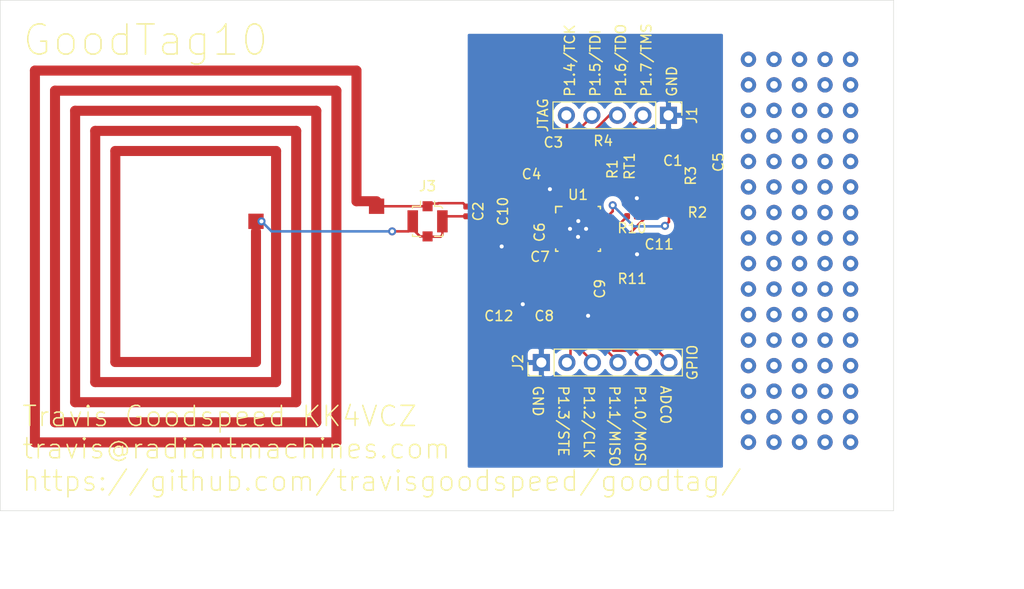
<source format=kicad_pcb>
(kicad_pcb (version 20171130) (host pcbnew 5.1.2+dfsg1-1)

  (general
    (thickness 1.6)
    (drawings 19)
    (tracks 177)
    (zones 0)
    (modules 34)
    (nets 28)
  )

  (page A4)
  (title_block
    (title GoodTag10)
    (rev 10)
    (company "Travis Goodspeed")
    (comment 1 "A NfcV Emulator from the RF430FRL152H.")
  )

  (layers
    (0 F.Cu signal)
    (31 B.Cu signal)
    (32 B.Adhes user)
    (33 F.Adhes user)
    (34 B.Paste user)
    (35 F.Paste user)
    (36 B.SilkS user)
    (37 F.SilkS user)
    (38 B.Mask user)
    (39 F.Mask user)
    (40 Dwgs.User user)
    (41 Cmts.User user)
    (42 Eco1.User user)
    (43 Eco2.User user)
    (44 Edge.Cuts user)
    (45 Margin user)
    (46 B.CrtYd user)
    (47 F.CrtYd user)
    (48 B.Fab user)
    (49 F.Fab user)
  )

  (setup
    (last_trace_width 0.25)
    (trace_clearance 0.2)
    (zone_clearance 0.508)
    (zone_45_only no)
    (trace_min 0.2)
    (via_size 0.8)
    (via_drill 0.4)
    (via_min_size 0.4)
    (via_min_drill 0.3)
    (uvia_size 0.3)
    (uvia_drill 0.1)
    (uvias_allowed no)
    (uvia_min_size 0.2)
    (uvia_min_drill 0.1)
    (edge_width 0.05)
    (segment_width 0.2)
    (pcb_text_width 0.3)
    (pcb_text_size 1.5 1.5)
    (mod_edge_width 0.12)
    (mod_text_size 1 1)
    (mod_text_width 0.15)
    (pad_size 1.524 1.524)
    (pad_drill 0.762)
    (pad_to_mask_clearance 0.051)
    (solder_mask_min_width 0.25)
    (aux_axis_origin 0 0)
    (visible_elements FFFFFF7F)
    (pcbplotparams
      (layerselection 0x010fc_ffffffff)
      (usegerberextensions false)
      (usegerberattributes false)
      (usegerberadvancedattributes false)
      (creategerberjobfile false)
      (excludeedgelayer true)
      (linewidth 0.100000)
      (plotframeref false)
      (viasonmask false)
      (mode 1)
      (useauxorigin false)
      (hpglpennumber 1)
      (hpglpenspeed 20)
      (hpglpendiameter 15.000000)
      (psnegative false)
      (psa4output false)
      (plotreference true)
      (plotvalue true)
      (plotinvisibletext false)
      (padsonsilk false)
      (subtractmaskfromsilk false)
      (outputformat 1)
      (mirror false)
      (drillshape 0)
      (scaleselection 1)
      (outputdirectory "gerbers"))
  )

  (net 0 "")
  (net 1 "Net-(C1-Pad2)")
  (net 2 GND)
  (net 3 "Net-(BT1-Pad1)")
  (net 4 "Net-(C4-Pad1)")
  (net 5 "Net-(C6-Pad1)")
  (net 6 /SVSS)
  (net 7 "Net-(C8-Pad1)")
  (net 8 "Net-(C9-Pad1)")
  (net 9 /TDI)
  (net 10 /TDO)
  (net 11 /TMS)
  (net 12 /TCK)
  (net 13 "Net-(C10-Pad2)")
  (net 14 "Net-(C10-Pad1)")
  (net 15 "Net-(C3-Pad1)")
  (net 16 "Net-(C7-Pad2)")
  (net 17 "Net-(C7-Pad1)")
  (net 18 "Net-(R10-Pad2)")
  (net 19 "Net-(R11-Pad2)")
  (net 20 "Net-(C5-Pad2)")
  (net 21 /TMP_REF)
  (net 22 /TMP_THERM)
  (net 23 /ADC0)
  (net 24 /P1.0)
  (net 25 /P1.1)
  (net 26 /P1.2)
  (net 27 /P1.3)

  (net_class Default "This is the default net class."
    (clearance 0.2)
    (trace_width 0.25)
    (via_dia 0.8)
    (via_drill 0.4)
    (uvia_dia 0.3)
    (uvia_drill 0.1)
    (add_net /ADC0)
    (add_net /P1.0)
    (add_net /P1.1)
    (add_net /P1.2)
    (add_net /P1.3)
    (add_net /SVSS)
    (add_net /TCK)
    (add_net /TDI)
    (add_net /TDO)
    (add_net /TMP_REF)
    (add_net /TMP_THERM)
    (add_net /TMS)
    (add_net GND)
    (add_net "Net-(BT1-Pad1)")
    (add_net "Net-(C1-Pad2)")
    (add_net "Net-(C10-Pad1)")
    (add_net "Net-(C10-Pad2)")
    (add_net "Net-(C3-Pad1)")
    (add_net "Net-(C4-Pad1)")
    (add_net "Net-(C5-Pad2)")
    (add_net "Net-(C6-Pad1)")
    (add_net "Net-(C7-Pad1)")
    (add_net "Net-(C7-Pad2)")
    (add_net "Net-(C8-Pad1)")
    (add_net "Net-(C9-Pad1)")
    (add_net "Net-(R10-Pad2)")
    (add_net "Net-(R11-Pad2)")
  )

  (module footprints:GW10ANT (layer F.Cu) (tedit 5D45D49A) (tstamp 5D422CED)
    (at 52.45 96)
    (path /5D309709)
    (fp_text reference L1 (at 32.11 -37.75) (layer F.SilkS) hide
      (effects (font (size 1 1) (thickness 0.15)))
    )
    (fp_text value Antenna (at 31.45 -39.61) (layer F.Fab)
      (effects (font (size 1 1) (thickness 0.15)))
    )
    (fp_line (start 23 -10) (end 23 -23) (layer F.Cu) (width 1))
    (fp_line (start 9 -10) (end 23 -10) (layer F.Cu) (width 1))
    (fp_line (start 9 -31) (end 9 -10) (layer F.Cu) (width 1))
    (fp_line (start 25 -31) (end 9 -31) (layer F.Cu) (width 1))
    (fp_line (start 25 -8) (end 25 -31) (layer F.Cu) (width 1))
    (fp_line (start 7 -8) (end 25 -8) (layer F.Cu) (width 1))
    (fp_line (start 7 -33) (end 7 -8) (layer F.Cu) (width 1))
    (fp_line (start 27 -33) (end 7 -33) (layer F.Cu) (width 1))
    (fp_line (start 27 -6) (end 27 -33) (layer F.Cu) (width 1))
    (fp_line (start 5 -6) (end 27 -6) (layer F.Cu) (width 1))
    (fp_line (start 5 -35) (end 5 -6) (layer F.Cu) (width 1))
    (fp_line (start 29 -35) (end 5 -35) (layer F.Cu) (width 1))
    (fp_line (start 29 -4) (end 29 -35) (layer F.Cu) (width 1))
    (fp_line (start 3 -4) (end 29 -4) (layer F.Cu) (width 1))
    (fp_line (start 3 -37) (end 3 -4) (layer F.Cu) (width 1))
    (fp_line (start 31 -37) (end 3 -37) (layer F.Cu) (width 1))
    (fp_line (start 31 -2) (end 31 -37) (layer F.Cu) (width 1))
    (fp_line (start 1 -2) (end 31 -2) (layer F.Cu) (width 1))
    (fp_line (start 1 -39) (end 1 -2) (layer F.Cu) (width 1))
    (fp_line (start 33 -39) (end 1 -39) (layer F.Cu) (width 1))
    (fp_line (start 33 -26) (end 33 -39) (layer F.Cu) (width 1))
    (fp_line (start 35 -26) (end 33 -26) (layer F.Cu) (width 1))
    (pad 2 smd rect (at 23 -24) (size 1.524 1.524) (layers F.Cu)
      (net 13 "Net-(C10-Pad2)"))
    (pad 1 smd rect (at 35 -25.5) (size 1.524 1.524) (layers F.Cu)
      (net 14 "Net-(C10-Pad1)"))
  )

  (module footprints:RF430FRL152H (layer F.Cu) (tedit 5D45D069) (tstamp 5D3E4E38)
    (at 107.5 72.75)
    (path /5D2E3E17)
    (fp_text reference U1 (at 0 -3.39) (layer F.SilkS)
      (effects (font (size 1 1) (thickness 0.15)))
    )
    (fp_text value RF430FRL152 (at 0.66 3.68) (layer F.SilkS) hide
      (effects (font (size 1 1) (thickness 0.15)))
    )
    (fp_line (start -2.075 2.075) (end 2.075 2.075) (layer Dwgs.User) (width 0.1524))
    (fp_line (start -2.075 -2.075) (end 2.075 -2.075) (layer Dwgs.User) (width 0.1524))
    (fp_line (start 2.075 2.075) (end 2.075 -2.075) (layer Dwgs.User) (width 0.1524))
    (fp_line (start -2.075 2.075) (end -2.075 -2.075) (layer Dwgs.User) (width 0.1524))
    (fp_line (start -2.224999 2.224999) (end -2.000001 2.224999) (layer F.SilkS) (width 0.1524))
    (fp_line (start -2.224999 2.224999) (end -2.224999 2.000001) (layer F.SilkS) (width 0.1524))
    (fp_line (start 2.224999 2.224999) (end 2.224999 2.000001) (layer F.SilkS) (width 0.1524))
    (fp_line (start 2.000001 2.224999) (end 2.224999 2.224999) (layer F.SilkS) (width 0.1524))
    (fp_line (start 2.000001 -2.224999) (end 2.224999 -2.224999) (layer F.SilkS) (width 0.1524))
    (fp_line (start 2.224999 -2.000001) (end 2.224999 -2.224999) (layer F.SilkS) (width 0.1524))
    (fp_line (start -2.224999 -1.599999) (end -2.224999 -2.224999) (layer F.SilkS) (width 0.1524))
    (fp_line (start -2.224999 -2.224999) (end -1.599999 -2.224999) (layer F.SilkS) (width 0.1524))
    (fp_circle (center -1.72 -1.74) (end -1.52 -1.74) (layer Dwgs.User) (width 0.1524))
    (pad 1 smd oval (at -1.899999 -1.25 90) (size 0.24 0.599999) (layers F.Cu F.Paste F.Mask)
      (net 14 "Net-(C10-Pad1)"))
    (pad 2 smd oval (at -1.899999 -0.750001 90) (size 0.24 0.599999) (layers F.Cu F.Paste F.Mask)
      (net 13 "Net-(C10-Pad2)"))
    (pad 3 smd oval (at -1.899999 -0.25 90) (size 0.24 0.599999) (layers F.Cu F.Paste F.Mask)
      (net 5 "Net-(C6-Pad1)"))
    (pad 4 smd oval (at -1.899999 0.25 90) (size 0.24 0.599999) (layers F.Cu F.Paste F.Mask)
      (net 3 "Net-(BT1-Pad1)"))
    (pad 5 smd oval (at -1.899999 0.750001 90) (size 0.24 0.599999) (layers F.Cu F.Paste F.Mask)
      (net 17 "Net-(C7-Pad1)"))
    (pad 6 smd oval (at -1.899999 1.25 90) (size 0.24 0.599999) (layers F.Cu F.Paste F.Mask)
      (net 16 "Net-(C7-Pad2)"))
    (pad 7 smd oval (at -1.25 1.899999) (size 0.24 0.599999) (layers F.Cu F.Paste F.Mask)
      (net 7 "Net-(C8-Pad1)"))
    (pad 8 smd oval (at -0.750001 1.899999) (size 0.24 0.599999) (layers F.Cu F.Paste F.Mask)
      (net 27 /P1.3))
    (pad 9 smd oval (at -0.25 1.899999) (size 0.24 0.599999) (layers F.Cu F.Paste F.Mask)
      (net 26 /P1.2))
    (pad 10 smd oval (at 0.25 1.899999) (size 0.24 0.599999) (layers F.Cu F.Paste F.Mask)
      (net 8 "Net-(C9-Pad1)"))
    (pad 11 smd oval (at 0.750001 1.899999) (size 0.24 0.599999) (layers F.Cu F.Paste F.Mask)
      (net 25 /P1.1))
    (pad 12 smd oval (at 1.25 1.899999) (size 0.24 0.599999) (layers F.Cu F.Paste F.Mask)
      (net 24 /P1.0))
    (pad 13 smd oval (at 1.899999 1.25 90) (size 0.24 0.599999) (layers F.Cu F.Paste F.Mask)
      (net 23 /ADC0))
    (pad 14 smd oval (at 1.899999 0.750001 90) (size 0.24 0.599999) (layers F.Cu F.Paste F.Mask)
      (net 19 "Net-(R11-Pad2)"))
    (pad 15 smd oval (at 1.899999 0.25 90) (size 0.24 0.599999) (layers F.Cu F.Paste F.Mask)
      (net 6 /SVSS))
    (pad 16 smd oval (at 1.899999 -0.25 90) (size 0.24 0.599999) (layers F.Cu F.Paste F.Mask)
      (net 18 "Net-(R10-Pad2)"))
    (pad 17 smd oval (at 1.899999 -0.750001 90) (size 0.24 0.599999) (layers F.Cu F.Paste F.Mask)
      (net 21 /TMP_REF))
    (pad 18 smd oval (at 1.899999 -1.25 90) (size 0.24 0.599999) (layers F.Cu F.Paste F.Mask)
      (net 22 /TMP_THERM))
    (pad 19 smd oval (at 1.25 -1.899999) (size 0.24 0.599999) (layers F.Cu F.Paste F.Mask)
      (net 11 /TMS))
    (pad 20 smd oval (at 0.750001 -1.899999) (size 0.24 0.599999) (layers F.Cu F.Paste F.Mask)
      (net 10 /TDO))
    (pad 21 smd oval (at 0.25 -1.899999) (size 0.24 0.599999) (layers F.Cu F.Paste F.Mask)
      (net 9 /TDI))
    (pad 22 smd oval (at -0.25 -1.899999) (size 0.24 0.599999) (layers F.Cu F.Paste F.Mask)
      (net 12 /TCK))
    (pad 23 smd oval (at -0.750001 -1.899999) (size 0.24 0.599999) (layers F.Cu F.Paste F.Mask)
      (net 15 "Net-(C3-Pad1)"))
    (pad 24 smd oval (at -1.25 -1.899999) (size 0.24 0.599999) (layers F.Cu F.Paste F.Mask)
      (net 4 "Net-(C4-Pad1)"))
    (pad 25 smd rect (at 0 0) (size 2.100001 2.100001) (layers F.Cu F.Paste F.Mask)
      (net 2 GND))
    (pad 25 smd rect (at 0 0) (size 0.0254 0.0254) (layers F.Paste)
      (net 2 GND))
    (model /usr/share/kicad/modules/packages3d/Package_DFN_QFN.3dshapes/QFN-24_4x4mm_P0.5mm.step
      (at (xyz 0 0 0))
      (scale (xyz 1 1 1))
      (rotate (xyz 0 0 0))
    )
  )

  (module footprints:proto1x8 (layer F.Cu) (tedit 5D45BE59) (tstamp 5D45DAB4)
    (at 134.62 66.04)
    (fp_text reference " " (at 5.08 -5.08) (layer F.SilkS) hide
      (effects (font (size 1 1) (thickness 0.15)))
    )
    (fp_text value " " (at 5.08 -5.08) (layer F.Fab)
      (effects (font (size 1 1) (thickness 0.15)))
    )
    (pad 1 thru_hole circle (at 0 7.62) (size 1.524 1.524) (drill 0.762) (layers *.Cu *.Mask))
    (pad 2 thru_hole circle (at 0 5.08) (size 1.524 1.524) (drill 0.762) (layers *.Cu *.Mask))
    (pad 3 thru_hole circle (at 0 2.54) (size 1.524 1.524) (drill 0.762) (layers *.Cu *.Mask))
    (pad 4 thru_hole circle (at 0 0) (size 1.524 1.524) (drill 0.762) (layers *.Cu *.Mask))
    (pad 5 thru_hole circle (at 0 -2.54) (size 1.524 1.524) (drill 0.762) (layers *.Cu *.Mask))
    (pad 6 thru_hole circle (at 0 -5.08) (size 1.524 1.524) (drill 0.762) (layers *.Cu *.Mask))
    (pad 7 thru_hole circle (at 0 -7.62) (size 1.524 1.524) (drill 0.762) (layers *.Cu *.Mask))
    (pad 8 thru_hole circle (at 0 -10.16) (size 1.524 1.524) (drill 0.762) (layers *.Cu *.Mask))
  )

  (module footprints:proto1x8 (layer F.Cu) (tedit 5D45BE59) (tstamp 5D45C567)
    (at 132.08 66.04)
    (fp_text reference " " (at 5.08 -5.08) (layer F.SilkS) hide
      (effects (font (size 1 1) (thickness 0.15)))
    )
    (fp_text value " " (at 5.08 -5.08) (layer F.Fab)
      (effects (font (size 1 1) (thickness 0.15)))
    )
    (pad 8 thru_hole circle (at 0 -10.16) (size 1.524 1.524) (drill 0.762) (layers *.Cu *.Mask))
    (pad 7 thru_hole circle (at 0 -7.62) (size 1.524 1.524) (drill 0.762) (layers *.Cu *.Mask))
    (pad 6 thru_hole circle (at 0 -5.08) (size 1.524 1.524) (drill 0.762) (layers *.Cu *.Mask))
    (pad 5 thru_hole circle (at 0 -2.54) (size 1.524 1.524) (drill 0.762) (layers *.Cu *.Mask))
    (pad 4 thru_hole circle (at 0 0) (size 1.524 1.524) (drill 0.762) (layers *.Cu *.Mask))
    (pad 3 thru_hole circle (at 0 2.54) (size 1.524 1.524) (drill 0.762) (layers *.Cu *.Mask))
    (pad 2 thru_hole circle (at 0 5.08) (size 1.524 1.524) (drill 0.762) (layers *.Cu *.Mask))
    (pad 1 thru_hole circle (at 0 7.62) (size 1.524 1.524) (drill 0.762) (layers *.Cu *.Mask))
  )

  (module footprints:proto1x8 (layer F.Cu) (tedit 5D45BE59) (tstamp 5D45C551)
    (at 129.54 66.04)
    (fp_text reference " " (at 5.08 -5.08) (layer F.SilkS) hide
      (effects (font (size 1 1) (thickness 0.15)))
    )
    (fp_text value " " (at 5.08 -5.08) (layer F.Fab)
      (effects (font (size 1 1) (thickness 0.15)))
    )
    (pad 1 thru_hole circle (at 0 7.62) (size 1.524 1.524) (drill 0.762) (layers *.Cu *.Mask))
    (pad 2 thru_hole circle (at 0 5.08) (size 1.524 1.524) (drill 0.762) (layers *.Cu *.Mask))
    (pad 3 thru_hole circle (at 0 2.54) (size 1.524 1.524) (drill 0.762) (layers *.Cu *.Mask))
    (pad 4 thru_hole circle (at 0 0) (size 1.524 1.524) (drill 0.762) (layers *.Cu *.Mask))
    (pad 5 thru_hole circle (at 0 -2.54) (size 1.524 1.524) (drill 0.762) (layers *.Cu *.Mask))
    (pad 6 thru_hole circle (at 0 -5.08) (size 1.524 1.524) (drill 0.762) (layers *.Cu *.Mask))
    (pad 7 thru_hole circle (at 0 -7.62) (size 1.524 1.524) (drill 0.762) (layers *.Cu *.Mask))
    (pad 8 thru_hole circle (at 0 -10.16) (size 1.524 1.524) (drill 0.762) (layers *.Cu *.Mask))
  )

  (module footprints:proto1x8 (layer F.Cu) (tedit 5D45BE59) (tstamp 5D45C53B)
    (at 127 66.04)
    (fp_text reference " " (at 5.08 -5.08) (layer F.SilkS) hide
      (effects (font (size 1 1) (thickness 0.15)))
    )
    (fp_text value " " (at 5.08 -5.08) (layer F.Fab)
      (effects (font (size 1 1) (thickness 0.15)))
    )
    (pad 8 thru_hole circle (at 0 -10.16) (size 1.524 1.524) (drill 0.762) (layers *.Cu *.Mask))
    (pad 7 thru_hole circle (at 0 -7.62) (size 1.524 1.524) (drill 0.762) (layers *.Cu *.Mask))
    (pad 6 thru_hole circle (at 0 -5.08) (size 1.524 1.524) (drill 0.762) (layers *.Cu *.Mask))
    (pad 5 thru_hole circle (at 0 -2.54) (size 1.524 1.524) (drill 0.762) (layers *.Cu *.Mask))
    (pad 4 thru_hole circle (at 0 0) (size 1.524 1.524) (drill 0.762) (layers *.Cu *.Mask))
    (pad 3 thru_hole circle (at 0 2.54) (size 1.524 1.524) (drill 0.762) (layers *.Cu *.Mask))
    (pad 2 thru_hole circle (at 0 5.08) (size 1.524 1.524) (drill 0.762) (layers *.Cu *.Mask))
    (pad 1 thru_hole circle (at 0 7.62) (size 1.524 1.524) (drill 0.762) (layers *.Cu *.Mask))
  )

  (module footprints:proto1x8 (layer F.Cu) (tedit 5D45BE59) (tstamp 5D45C525)
    (at 124.46 66.04)
    (fp_text reference " " (at 5.08 -5.08) (layer F.SilkS) hide
      (effects (font (size 1 1) (thickness 0.15)))
    )
    (fp_text value " " (at 5.08 -5.08) (layer F.Fab)
      (effects (font (size 1 1) (thickness 0.15)))
    )
    (pad 1 thru_hole circle (at 0 7.62) (size 1.524 1.524) (drill 0.762) (layers *.Cu *.Mask))
    (pad 2 thru_hole circle (at 0 5.08) (size 1.524 1.524) (drill 0.762) (layers *.Cu *.Mask))
    (pad 3 thru_hole circle (at 0 2.54) (size 1.524 1.524) (drill 0.762) (layers *.Cu *.Mask))
    (pad 4 thru_hole circle (at 0 0) (size 1.524 1.524) (drill 0.762) (layers *.Cu *.Mask))
    (pad 5 thru_hole circle (at 0 -2.54) (size 1.524 1.524) (drill 0.762) (layers *.Cu *.Mask))
    (pad 6 thru_hole circle (at 0 -5.08) (size 1.524 1.524) (drill 0.762) (layers *.Cu *.Mask))
    (pad 7 thru_hole circle (at 0 -7.62) (size 1.524 1.524) (drill 0.762) (layers *.Cu *.Mask))
    (pad 8 thru_hole circle (at 0 -10.16) (size 1.524 1.524) (drill 0.762) (layers *.Cu *.Mask))
  )

  (module footprints:proto1x8 (layer F.Cu) (tedit 5D45BE59) (tstamp 5D45C4F9)
    (at 134.62 86.36)
    (fp_text reference " " (at 5.08 -5.08) (layer F.SilkS) hide
      (effects (font (size 1 1) (thickness 0.15)))
    )
    (fp_text value " " (at 5.08 -5.08) (layer F.Fab)
      (effects (font (size 1 1) (thickness 0.15)))
    )
    (pad 1 thru_hole circle (at 0 7.62) (size 1.524 1.524) (drill 0.762) (layers *.Cu *.Mask))
    (pad 2 thru_hole circle (at 0 5.08) (size 1.524 1.524) (drill 0.762) (layers *.Cu *.Mask))
    (pad 3 thru_hole circle (at 0 2.54) (size 1.524 1.524) (drill 0.762) (layers *.Cu *.Mask))
    (pad 4 thru_hole circle (at 0 0) (size 1.524 1.524) (drill 0.762) (layers *.Cu *.Mask))
    (pad 5 thru_hole circle (at 0 -2.54) (size 1.524 1.524) (drill 0.762) (layers *.Cu *.Mask))
    (pad 6 thru_hole circle (at 0 -5.08) (size 1.524 1.524) (drill 0.762) (layers *.Cu *.Mask))
    (pad 7 thru_hole circle (at 0 -7.62) (size 1.524 1.524) (drill 0.762) (layers *.Cu *.Mask))
    (pad 8 thru_hole circle (at 0 -10.16) (size 1.524 1.524) (drill 0.762) (layers *.Cu *.Mask))
  )

  (module footprints:proto1x8 (layer F.Cu) (tedit 5D45BE59) (tstamp 5D45C4E3)
    (at 132.08 86.36)
    (fp_text reference " " (at 5.08 -5.08) (layer F.SilkS) hide
      (effects (font (size 1 1) (thickness 0.15)))
    )
    (fp_text value " " (at 5.08 -5.08) (layer F.Fab)
      (effects (font (size 1 1) (thickness 0.15)))
    )
    (pad 8 thru_hole circle (at 0 -10.16) (size 1.524 1.524) (drill 0.762) (layers *.Cu *.Mask))
    (pad 7 thru_hole circle (at 0 -7.62) (size 1.524 1.524) (drill 0.762) (layers *.Cu *.Mask))
    (pad 6 thru_hole circle (at 0 -5.08) (size 1.524 1.524) (drill 0.762) (layers *.Cu *.Mask))
    (pad 5 thru_hole circle (at 0 -2.54) (size 1.524 1.524) (drill 0.762) (layers *.Cu *.Mask))
    (pad 4 thru_hole circle (at 0 0) (size 1.524 1.524) (drill 0.762) (layers *.Cu *.Mask))
    (pad 3 thru_hole circle (at 0 2.54) (size 1.524 1.524) (drill 0.762) (layers *.Cu *.Mask))
    (pad 2 thru_hole circle (at 0 5.08) (size 1.524 1.524) (drill 0.762) (layers *.Cu *.Mask))
    (pad 1 thru_hole circle (at 0 7.62) (size 1.524 1.524) (drill 0.762) (layers *.Cu *.Mask))
  )

  (module footprints:proto1x8 (layer F.Cu) (tedit 5D45BE59) (tstamp 5D45C4CD)
    (at 129.54 86.36)
    (fp_text reference " " (at 5.08 -5.08) (layer F.SilkS) hide
      (effects (font (size 1 1) (thickness 0.15)))
    )
    (fp_text value " " (at 5.08 -5.08) (layer F.Fab)
      (effects (font (size 1 1) (thickness 0.15)))
    )
    (pad 1 thru_hole circle (at 0 7.62) (size 1.524 1.524) (drill 0.762) (layers *.Cu *.Mask))
    (pad 2 thru_hole circle (at 0 5.08) (size 1.524 1.524) (drill 0.762) (layers *.Cu *.Mask))
    (pad 3 thru_hole circle (at 0 2.54) (size 1.524 1.524) (drill 0.762) (layers *.Cu *.Mask))
    (pad 4 thru_hole circle (at 0 0) (size 1.524 1.524) (drill 0.762) (layers *.Cu *.Mask))
    (pad 5 thru_hole circle (at 0 -2.54) (size 1.524 1.524) (drill 0.762) (layers *.Cu *.Mask))
    (pad 6 thru_hole circle (at 0 -5.08) (size 1.524 1.524) (drill 0.762) (layers *.Cu *.Mask))
    (pad 7 thru_hole circle (at 0 -7.62) (size 1.524 1.524) (drill 0.762) (layers *.Cu *.Mask))
    (pad 8 thru_hole circle (at 0 -10.16) (size 1.524 1.524) (drill 0.762) (layers *.Cu *.Mask))
  )

  (module footprints:proto1x8 (layer F.Cu) (tedit 5D45BE59) (tstamp 5D45C4B7)
    (at 127 86.36)
    (fp_text reference " " (at 5.08 -5.08) (layer F.SilkS) hide
      (effects (font (size 1 1) (thickness 0.15)))
    )
    (fp_text value " " (at 5.08 -5.08) (layer F.Fab)
      (effects (font (size 1 1) (thickness 0.15)))
    )
    (pad 8 thru_hole circle (at 0 -10.16) (size 1.524 1.524) (drill 0.762) (layers *.Cu *.Mask))
    (pad 7 thru_hole circle (at 0 -7.62) (size 1.524 1.524) (drill 0.762) (layers *.Cu *.Mask))
    (pad 6 thru_hole circle (at 0 -5.08) (size 1.524 1.524) (drill 0.762) (layers *.Cu *.Mask))
    (pad 5 thru_hole circle (at 0 -2.54) (size 1.524 1.524) (drill 0.762) (layers *.Cu *.Mask))
    (pad 4 thru_hole circle (at 0 0) (size 1.524 1.524) (drill 0.762) (layers *.Cu *.Mask))
    (pad 3 thru_hole circle (at 0 2.54) (size 1.524 1.524) (drill 0.762) (layers *.Cu *.Mask))
    (pad 2 thru_hole circle (at 0 5.08) (size 1.524 1.524) (drill 0.762) (layers *.Cu *.Mask))
    (pad 1 thru_hole circle (at 0 7.62) (size 1.524 1.524) (drill 0.762) (layers *.Cu *.Mask))
  )

  (module footprints:proto1x8 (layer F.Cu) (tedit 5D45BE59) (tstamp 5D45C4A1)
    (at 124.46 86.36)
    (fp_text reference " " (at 5.08 -5.08) (layer F.SilkS) hide
      (effects (font (size 1 1) (thickness 0.15)))
    )
    (fp_text value " " (at 5.08 -5.08) (layer F.Fab)
      (effects (font (size 1 1) (thickness 0.15)))
    )
    (pad 1 thru_hole circle (at 0 7.62) (size 1.524 1.524) (drill 0.762) (layers *.Cu *.Mask))
    (pad 2 thru_hole circle (at 0 5.08) (size 1.524 1.524) (drill 0.762) (layers *.Cu *.Mask))
    (pad 3 thru_hole circle (at 0 2.54) (size 1.524 1.524) (drill 0.762) (layers *.Cu *.Mask))
    (pad 4 thru_hole circle (at 0 0) (size 1.524 1.524) (drill 0.762) (layers *.Cu *.Mask))
    (pad 5 thru_hole circle (at 0 -2.54) (size 1.524 1.524) (drill 0.762) (layers *.Cu *.Mask))
    (pad 6 thru_hole circle (at 0 -5.08) (size 1.524 1.524) (drill 0.762) (layers *.Cu *.Mask))
    (pad 7 thru_hole circle (at 0 -7.62) (size 1.524 1.524) (drill 0.762) (layers *.Cu *.Mask))
    (pad 8 thru_hole circle (at 0 -10.16) (size 1.524 1.524) (drill 0.762) (layers *.Cu *.Mask))
  )

  (module Connector_Coaxial:U.FL_Molex_MCRF_73412-0110_Vertical (layer F.Cu) (tedit 5A1B5B59) (tstamp 5D40EF64)
    (at 92.525 72 180)
    (descr "Molex Microcoaxial RF Connectors (MCRF), mates Hirose U.FL, (http://www.molex.com/pdm_docs/sd/734120110_sd.pdf)")
    (tags "mcrf hirose ufl u.fl microcoaxial")
    (path /5D4B6382)
    (attr smd)
    (fp_text reference J3 (at 0 3.5) (layer F.SilkS)
      (effects (font (size 1 1) (thickness 0.15)))
    )
    (fp_text value U.FL (at 0 -3.302) (layer F.Fab)
      (effects (font (size 1 1) (thickness 0.15)))
    )
    (fp_circle (center 0 0) (end 0 0.2) (layer F.Fab) (width 0.1))
    (fp_line (start -1 1.3) (end 1.3 1.3) (layer F.Fab) (width 0.1))
    (fp_line (start 2.5 -2.5) (end -2.5 -2.5) (layer F.CrtYd) (width 0.05))
    (fp_line (start 2.5 2.5) (end 2.5 -2.5) (layer F.CrtYd) (width 0.05))
    (fp_line (start -2.5 2.5) (end 2.5 2.5) (layer F.CrtYd) (width 0.05))
    (fp_line (start -2.5 -2.5) (end -2.5 2.5) (layer F.CrtYd) (width 0.05))
    (fp_line (start 1.3 -1.3) (end 1.3 1.3) (layer F.Fab) (width 0.1))
    (fp_line (start -1.3 1) (end -1 1.3) (layer F.Fab) (width 0.1))
    (fp_line (start -1.3 -1.3) (end -1.3 1) (layer F.Fab) (width 0.1))
    (fp_line (start -1.3 -1.3) (end 1.3 -1.3) (layer F.Fab) (width 0.1))
    (fp_circle (center 0 0) (end 0.9 0) (layer F.Fab) (width 0.1))
    (fp_line (start -1.5 -1.5) (end -0.7 -1.5) (layer F.SilkS) (width 0.12))
    (fp_line (start -1.5 -1.3) (end -1.5 -1.5) (layer F.SilkS) (width 0.12))
    (fp_line (start 1.5 -1.5) (end 1.5 -1.3) (layer F.SilkS) (width 0.12))
    (fp_line (start 0.7 -1.5) (end 1.5 -1.5) (layer F.SilkS) (width 0.12))
    (fp_line (start 1.5 1.5) (end 0.7 1.5) (layer F.SilkS) (width 0.12))
    (fp_line (start 1.5 1.3) (end 1.5 1.5) (layer F.SilkS) (width 0.12))
    (fp_line (start -1.3 1.5) (end -1.5 1.3) (layer F.SilkS) (width 0.12))
    (fp_line (start -0.7 1.5) (end -1.3 1.5) (layer F.SilkS) (width 0.12))
    (fp_circle (center 0 0) (end 0 0.125) (layer F.Fab) (width 0.1))
    (fp_circle (center 0 0) (end 0 0.05) (layer F.Fab) (width 0.1))
    (fp_text user %R (at 0 3.5) (layer F.Fab)
      (effects (font (size 1 1) (thickness 0.15)))
    )
    (fp_line (start -0.7 1.5) (end -0.7 2) (layer F.SilkS) (width 0.12))
    (fp_line (start 0.7 1.5) (end 0.7 2) (layer F.SilkS) (width 0.12))
    (fp_line (start -0.3 1.3) (end 0 1) (layer F.Fab) (width 0.1))
    (fp_line (start 0 1) (end 0.3 1.3) (layer F.Fab) (width 0.1))
    (pad 1 smd rect (at 0 1.5 180) (size 1 1) (layers F.Cu F.Paste F.Mask)
      (net 14 "Net-(C10-Pad1)"))
    (pad 2 smd rect (at 0 -1.5 180) (size 1 1) (layers F.Cu F.Paste F.Mask)
      (net 13 "Net-(C10-Pad2)"))
    (pad 2 smd rect (at 1.475 0 180) (size 1.05 2.2) (layers F.Cu F.Paste F.Mask)
      (net 13 "Net-(C10-Pad2)"))
    (pad 2 smd rect (at -1.475 0 180) (size 1.05 2.2) (layers F.Cu F.Paste F.Mask)
      (net 13 "Net-(C10-Pad2)"))
    (model ${KISYS3DMOD}/Connector_Coaxial.3dshapes/U.FL_Molex_MCRF_73412-0110_Vertical.wrl
      (at (xyz 0 0 0))
      (scale (xyz 1 1 1))
      (rotate (xyz 0 0 0))
    )
  )

  (module Connectors:PinHeader_1x06_P2.54mm_Vertical (layer F.Cu) (tedit 59FED5CC) (tstamp 5D3F862D)
    (at 103.85 86.05 90)
    (descr "Through hole straight pin header, 1x06, 2.54mm pitch, single row")
    (tags "Through hole pin header THT 1x06 2.54mm single row")
    (path /5D401FD1)
    (fp_text reference J2 (at 0 -2.33 90) (layer F.SilkS)
      (effects (font (size 1 1) (thickness 0.15)))
    )
    (fp_text value GPIO (at 0 15.03 90) (layer F.SilkS)
      (effects (font (size 1 1) (thickness 0.15)))
    )
    (fp_text user %R (at 0 6.35) (layer F.Fab)
      (effects (font (size 1 1) (thickness 0.15)))
    )
    (fp_line (start 1.8 -1.8) (end -1.8 -1.8) (layer F.CrtYd) (width 0.05))
    (fp_line (start 1.8 14.5) (end 1.8 -1.8) (layer F.CrtYd) (width 0.05))
    (fp_line (start -1.8 14.5) (end 1.8 14.5) (layer F.CrtYd) (width 0.05))
    (fp_line (start -1.8 -1.8) (end -1.8 14.5) (layer F.CrtYd) (width 0.05))
    (fp_line (start -1.33 -1.33) (end 0 -1.33) (layer F.SilkS) (width 0.12))
    (fp_line (start -1.33 0) (end -1.33 -1.33) (layer F.SilkS) (width 0.12))
    (fp_line (start -1.33 1.27) (end 1.33 1.27) (layer F.SilkS) (width 0.12))
    (fp_line (start 1.33 1.27) (end 1.33 14.03) (layer F.SilkS) (width 0.12))
    (fp_line (start -1.33 1.27) (end -1.33 14.03) (layer F.SilkS) (width 0.12))
    (fp_line (start -1.33 14.03) (end 1.33 14.03) (layer F.SilkS) (width 0.12))
    (fp_line (start -1.27 -0.635) (end -0.635 -1.27) (layer F.Fab) (width 0.1))
    (fp_line (start -1.27 13.97) (end -1.27 -0.635) (layer F.Fab) (width 0.1))
    (fp_line (start 1.27 13.97) (end -1.27 13.97) (layer F.Fab) (width 0.1))
    (fp_line (start 1.27 -1.27) (end 1.27 13.97) (layer F.Fab) (width 0.1))
    (fp_line (start -0.635 -1.27) (end 1.27 -1.27) (layer F.Fab) (width 0.1))
    (pad 6 thru_hole oval (at 0 12.7 90) (size 1.7 1.7) (drill 1) (layers *.Cu *.Mask)
      (net 23 /ADC0))
    (pad 5 thru_hole oval (at 0 10.16 90) (size 1.7 1.7) (drill 1) (layers *.Cu *.Mask)
      (net 24 /P1.0))
    (pad 4 thru_hole oval (at 0 7.62 90) (size 1.7 1.7) (drill 1) (layers *.Cu *.Mask)
      (net 25 /P1.1))
    (pad 3 thru_hole oval (at 0 5.08 90) (size 1.7 1.7) (drill 1) (layers *.Cu *.Mask)
      (net 26 /P1.2))
    (pad 2 thru_hole oval (at 0 2.54 90) (size 1.7 1.7) (drill 1) (layers *.Cu *.Mask)
      (net 27 /P1.3))
    (pad 1 thru_hole rect (at 0 0 90) (size 1.7 1.7) (drill 1) (layers *.Cu *.Mask)
      (net 2 GND))
  )

  (module Capacitor_SMD:C_0402_1005Metric (layer F.Cu) (tedit 5B301BBE) (tstamp 5D3E622C)
    (at 116.935 64.8 180)
    (descr "Capacitor SMD 0402 (1005 Metric), square (rectangular) end terminal, IPC_7351 nominal, (Body size source: http://www.tortai-tech.com/upload/download/2011102023233369053.pdf), generated with kicad-footprint-generator")
    (tags capacitor)
    (path /5D4444B6)
    (attr smd)
    (fp_text reference C1 (at 0 -1.17) (layer F.SilkS)
      (effects (font (size 1 1) (thickness 0.15)))
    )
    (fp_text value 22pF (at 0 1.17) (layer F.Fab)
      (effects (font (size 1 1) (thickness 0.15)))
    )
    (fp_text user %R (at 0 0) (layer F.Fab)
      (effects (font (size 0.25 0.25) (thickness 0.04)))
    )
    (fp_line (start 0.93 0.47) (end -0.93 0.47) (layer F.CrtYd) (width 0.05))
    (fp_line (start 0.93 -0.47) (end 0.93 0.47) (layer F.CrtYd) (width 0.05))
    (fp_line (start -0.93 -0.47) (end 0.93 -0.47) (layer F.CrtYd) (width 0.05))
    (fp_line (start -0.93 0.47) (end -0.93 -0.47) (layer F.CrtYd) (width 0.05))
    (fp_line (start 0.5 0.25) (end -0.5 0.25) (layer F.Fab) (width 0.1))
    (fp_line (start 0.5 -0.25) (end 0.5 0.25) (layer F.Fab) (width 0.1))
    (fp_line (start -0.5 -0.25) (end 0.5 -0.25) (layer F.Fab) (width 0.1))
    (fp_line (start -0.5 0.25) (end -0.5 -0.25) (layer F.Fab) (width 0.1))
    (pad 2 smd roundrect (at 0.485 0 180) (size 0.59 0.64) (layers F.Cu F.Paste F.Mask) (roundrect_rratio 0.25)
      (net 1 "Net-(C1-Pad2)"))
    (pad 1 smd roundrect (at -0.485 0 180) (size 0.59 0.64) (layers F.Cu F.Paste F.Mask) (roundrect_rratio 0.25)
      (net 2 GND))
    (model ${KISYS3DMOD}/Capacitor_SMD.3dshapes/C_0402_1005Metric.wrl
      (at (xyz 0 0 0))
      (scale (xyz 1 1 1))
      (rotate (xyz 0 0 0))
    )
  )

  (module Resistor_SMD:R_0402_1005Metric (layer F.Cu) (tedit 5B301BBD) (tstamp 5D4216E1)
    (at 113.8 66.515 90)
    (descr "Resistor SMD 0402 (1005 Metric), square (rectangular) end terminal, IPC_7351 nominal, (Body size source: http://www.tortai-tech.com/upload/download/2011102023233369053.pdf), generated with kicad-footprint-generator")
    (tags resistor)
    (path /5D442B72)
    (attr smd)
    (fp_text reference RT1 (at 0 -1.17 90) (layer F.SilkS)
      (effects (font (size 1 1) (thickness 0.15)))
    )
    (fp_text value 100K (at 0 1.17 270) (layer F.Fab)
      (effects (font (size 1 1) (thickness 0.15)))
    )
    (fp_text user %R (at 0 0 270) (layer F.Fab)
      (effects (font (size 0.25 0.25) (thickness 0.04)))
    )
    (fp_line (start 0.93 0.47) (end -0.93 0.47) (layer F.CrtYd) (width 0.05))
    (fp_line (start 0.93 -0.47) (end 0.93 0.47) (layer F.CrtYd) (width 0.05))
    (fp_line (start -0.93 -0.47) (end 0.93 -0.47) (layer F.CrtYd) (width 0.05))
    (fp_line (start -0.93 0.47) (end -0.93 -0.47) (layer F.CrtYd) (width 0.05))
    (fp_line (start 0.5 0.25) (end -0.5 0.25) (layer F.Fab) (width 0.1))
    (fp_line (start 0.5 -0.25) (end 0.5 0.25) (layer F.Fab) (width 0.1))
    (fp_line (start -0.5 -0.25) (end 0.5 -0.25) (layer F.Fab) (width 0.1))
    (fp_line (start -0.5 0.25) (end -0.5 -0.25) (layer F.Fab) (width 0.1))
    (pad 2 smd roundrect (at 0.485 0 90) (size 0.59 0.64) (layers F.Cu F.Paste F.Mask) (roundrect_rratio 0.25)
      (net 1 "Net-(C1-Pad2)"))
    (pad 1 smd roundrect (at -0.485 0 90) (size 0.59 0.64) (layers F.Cu F.Paste F.Mask) (roundrect_rratio 0.25)
      (net 6 /SVSS))
    (model ${KISYS3DMOD}/Resistor_SMD.3dshapes/R_0402_1005Metric.wrl
      (at (xyz 0 0 0))
      (scale (xyz 1 1 1))
      (rotate (xyz 0 0 0))
    )
  )

  (module Resistor_SMD:R_0402_1005Metric (layer F.Cu) (tedit 5B301BBD) (tstamp 5D3E4FF0)
    (at 117.55 67.465 270)
    (descr "Resistor SMD 0402 (1005 Metric), square (rectangular) end terminal, IPC_7351 nominal, (Body size source: http://www.tortai-tech.com/upload/download/2011102023233369053.pdf), generated with kicad-footprint-generator")
    (tags resistor)
    (path /5D433FC5)
    (attr smd)
    (fp_text reference R3 (at 0 -1.17 90) (layer F.SilkS)
      (effects (font (size 1 1) (thickness 0.15)))
    )
    (fp_text value 100K (at 0 1.17 90) (layer F.Fab)
      (effects (font (size 1 1) (thickness 0.15)))
    )
    (fp_text user %R (at 0 0 90) (layer F.Fab)
      (effects (font (size 0.25 0.25) (thickness 0.04)))
    )
    (fp_line (start 0.93 0.47) (end -0.93 0.47) (layer F.CrtYd) (width 0.05))
    (fp_line (start 0.93 -0.47) (end 0.93 0.47) (layer F.CrtYd) (width 0.05))
    (fp_line (start -0.93 -0.47) (end 0.93 -0.47) (layer F.CrtYd) (width 0.05))
    (fp_line (start -0.93 0.47) (end -0.93 -0.47) (layer F.CrtYd) (width 0.05))
    (fp_line (start 0.5 0.25) (end -0.5 0.25) (layer F.Fab) (width 0.1))
    (fp_line (start 0.5 -0.25) (end 0.5 0.25) (layer F.Fab) (width 0.1))
    (fp_line (start -0.5 -0.25) (end 0.5 -0.25) (layer F.Fab) (width 0.1))
    (fp_line (start -0.5 0.25) (end -0.5 -0.25) (layer F.Fab) (width 0.1))
    (pad 2 smd roundrect (at 0.485 0 270) (size 0.59 0.64) (layers F.Cu F.Paste F.Mask) (roundrect_rratio 0.25)
      (net 20 "Net-(C5-Pad2)"))
    (pad 1 smd roundrect (at -0.485 0 270) (size 0.59 0.64) (layers F.Cu F.Paste F.Mask) (roundrect_rratio 0.25)
      (net 6 /SVSS))
    (model ${KISYS3DMOD}/Resistor_SMD.3dshapes/R_0402_1005Metric.wrl
      (at (xyz 0 0 0))
      (scale (xyz 1 1 1))
      (rotate (xyz 0 0 0))
    )
  )

  (module Resistor_SMD:R_0402_1005Metric (layer F.Cu) (tedit 5B301BBD) (tstamp 5D421127)
    (at 117.115 71.1 180)
    (descr "Resistor SMD 0402 (1005 Metric), square (rectangular) end terminal, IPC_7351 nominal, (Body size source: http://www.tortai-tech.com/upload/download/2011102023233369053.pdf), generated with kicad-footprint-generator")
    (tags resistor)
    (path /5D4249B7)
    (attr smd)
    (fp_text reference R2 (at -2.265 -0.02) (layer F.SilkS)
      (effects (font (size 1 1) (thickness 0.15)))
    )
    (fp_text value 1K (at 0 1.17) (layer F.Fab)
      (effects (font (size 1 1) (thickness 0.15)))
    )
    (fp_text user %R (at 0 0) (layer F.Fab)
      (effects (font (size 0.25 0.25) (thickness 0.04)))
    )
    (fp_line (start 0.93 0.47) (end -0.93 0.47) (layer F.CrtYd) (width 0.05))
    (fp_line (start 0.93 -0.47) (end 0.93 0.47) (layer F.CrtYd) (width 0.05))
    (fp_line (start -0.93 -0.47) (end 0.93 -0.47) (layer F.CrtYd) (width 0.05))
    (fp_line (start -0.93 0.47) (end -0.93 -0.47) (layer F.CrtYd) (width 0.05))
    (fp_line (start 0.5 0.25) (end -0.5 0.25) (layer F.Fab) (width 0.1))
    (fp_line (start 0.5 -0.25) (end 0.5 0.25) (layer F.Fab) (width 0.1))
    (fp_line (start -0.5 -0.25) (end 0.5 -0.25) (layer F.Fab) (width 0.1))
    (fp_line (start -0.5 0.25) (end -0.5 -0.25) (layer F.Fab) (width 0.1))
    (pad 2 smd roundrect (at 0.485 0 180) (size 0.59 0.64) (layers F.Cu F.Paste F.Mask) (roundrect_rratio 0.25)
      (net 21 /TMP_REF))
    (pad 1 smd roundrect (at -0.485 0 180) (size 0.59 0.64) (layers F.Cu F.Paste F.Mask) (roundrect_rratio 0.25)
      (net 20 "Net-(C5-Pad2)"))
    (model ${KISYS3DMOD}/Resistor_SMD.3dshapes/R_0402_1005Metric.wrl
      (at (xyz 0 0 0))
      (scale (xyz 1 1 1))
      (rotate (xyz 0 0 0))
    )
  )

  (module Resistor_SMD:R_0402_1005Metric (layer F.Cu) (tedit 5B301BBD) (tstamp 5D3E4D86)
    (at 109.75 66.815 270)
    (descr "Resistor SMD 0402 (1005 Metric), square (rectangular) end terminal, IPC_7351 nominal, (Body size source: http://www.tortai-tech.com/upload/download/2011102023233369053.pdf), generated with kicad-footprint-generator")
    (tags resistor)
    (path /5D4427FA)
    (attr smd)
    (fp_text reference R1 (at 0 -1.17 90) (layer F.SilkS)
      (effects (font (size 1 1) (thickness 0.15)))
    )
    (fp_text value 1K (at 0 1.17 90) (layer F.Fab)
      (effects (font (size 1 1) (thickness 0.15)))
    )
    (fp_text user %R (at 0 0 90) (layer F.Fab)
      (effects (font (size 0.25 0.25) (thickness 0.04)))
    )
    (fp_line (start 0.93 0.47) (end -0.93 0.47) (layer F.CrtYd) (width 0.05))
    (fp_line (start 0.93 -0.47) (end 0.93 0.47) (layer F.CrtYd) (width 0.05))
    (fp_line (start -0.93 -0.47) (end 0.93 -0.47) (layer F.CrtYd) (width 0.05))
    (fp_line (start -0.93 0.47) (end -0.93 -0.47) (layer F.CrtYd) (width 0.05))
    (fp_line (start 0.5 0.25) (end -0.5 0.25) (layer F.Fab) (width 0.1))
    (fp_line (start 0.5 -0.25) (end 0.5 0.25) (layer F.Fab) (width 0.1))
    (fp_line (start -0.5 -0.25) (end 0.5 -0.25) (layer F.Fab) (width 0.1))
    (fp_line (start -0.5 0.25) (end -0.5 -0.25) (layer F.Fab) (width 0.1))
    (pad 2 smd roundrect (at 0.485 0 270) (size 0.59 0.64) (layers F.Cu F.Paste F.Mask) (roundrect_rratio 0.25)
      (net 22 /TMP_THERM))
    (pad 1 smd roundrect (at -0.485 0 270) (size 0.59 0.64) (layers F.Cu F.Paste F.Mask) (roundrect_rratio 0.25)
      (net 1 "Net-(C1-Pad2)"))
    (model ${KISYS3DMOD}/Resistor_SMD.3dshapes/R_0402_1005Metric.wrl
      (at (xyz 0 0 0))
      (scale (xyz 1 1 1))
      (rotate (xyz 0 0 0))
    )
  )

  (module Capacitor_SMD:C_0402_1005Metric (layer F.Cu) (tedit 5B301BBE) (tstamp 5D3E4F1E)
    (at 120.3 66.115 270)
    (descr "Capacitor SMD 0402 (1005 Metric), square (rectangular) end terminal, IPC_7351 nominal, (Body size source: http://www.tortai-tech.com/upload/download/2011102023233369053.pdf), generated with kicad-footprint-generator")
    (tags capacitor)
    (path /5D433203)
    (attr smd)
    (fp_text reference C5 (at 0 -1.17 90) (layer F.SilkS)
      (effects (font (size 1 1) (thickness 0.15)))
    )
    (fp_text value 22pF (at 0 1.17 90) (layer F.Fab)
      (effects (font (size 1 1) (thickness 0.15)))
    )
    (fp_text user %R (at 0 0 90) (layer F.Fab)
      (effects (font (size 0.25 0.25) (thickness 0.04)))
    )
    (fp_line (start 0.93 0.47) (end -0.93 0.47) (layer F.CrtYd) (width 0.05))
    (fp_line (start 0.93 -0.47) (end 0.93 0.47) (layer F.CrtYd) (width 0.05))
    (fp_line (start -0.93 -0.47) (end 0.93 -0.47) (layer F.CrtYd) (width 0.05))
    (fp_line (start -0.93 0.47) (end -0.93 -0.47) (layer F.CrtYd) (width 0.05))
    (fp_line (start 0.5 0.25) (end -0.5 0.25) (layer F.Fab) (width 0.1))
    (fp_line (start 0.5 -0.25) (end 0.5 0.25) (layer F.Fab) (width 0.1))
    (fp_line (start -0.5 -0.25) (end 0.5 -0.25) (layer F.Fab) (width 0.1))
    (fp_line (start -0.5 0.25) (end -0.5 -0.25) (layer F.Fab) (width 0.1))
    (pad 2 smd roundrect (at 0.485 0 270) (size 0.59 0.64) (layers F.Cu F.Paste F.Mask) (roundrect_rratio 0.25)
      (net 20 "Net-(C5-Pad2)"))
    (pad 1 smd roundrect (at -0.485 0 270) (size 0.59 0.64) (layers F.Cu F.Paste F.Mask) (roundrect_rratio 0.25)
      (net 2 GND))
    (model ${KISYS3DMOD}/Capacitor_SMD.3dshapes/C_0402_1005Metric.wrl
      (at (xyz 0 0 0))
      (scale (xyz 1 1 1))
      (rotate (xyz 0 0 0))
    )
  )

  (module Connectors:PinHeader_1x05_P2.54mm_Vertical (layer F.Cu) (tedit 59FED5CC) (tstamp 5D420E8C)
    (at 116.5 61.45 270)
    (descr "Through hole straight pin header, 1x05, 2.54mm pitch, single row")
    (tags "Through hole pin header THT 1x05 2.54mm single row")
    (path /5D3ECD55)
    (fp_text reference J1 (at 0 -2.33 90) (layer F.SilkS)
      (effects (font (size 1 1) (thickness 0.15)))
    )
    (fp_text value JTAG (at 0 12.49 90) (layer F.SilkS)
      (effects (font (size 1 1) (thickness 0.15)))
    )
    (fp_text user %R (at 0 5.08) (layer F.Fab)
      (effects (font (size 1 1) (thickness 0.15)))
    )
    (fp_line (start 1.8 -1.8) (end -1.8 -1.8) (layer F.CrtYd) (width 0.05))
    (fp_line (start 1.8 11.95) (end 1.8 -1.8) (layer F.CrtYd) (width 0.05))
    (fp_line (start -1.8 11.95) (end 1.8 11.95) (layer F.CrtYd) (width 0.05))
    (fp_line (start -1.8 -1.8) (end -1.8 11.95) (layer F.CrtYd) (width 0.05))
    (fp_line (start -1.33 -1.33) (end 0 -1.33) (layer F.SilkS) (width 0.12))
    (fp_line (start -1.33 0) (end -1.33 -1.33) (layer F.SilkS) (width 0.12))
    (fp_line (start -1.33 1.27) (end 1.33 1.27) (layer F.SilkS) (width 0.12))
    (fp_line (start 1.33 1.27) (end 1.33 11.49) (layer F.SilkS) (width 0.12))
    (fp_line (start -1.33 1.27) (end -1.33 11.49) (layer F.SilkS) (width 0.12))
    (fp_line (start -1.33 11.49) (end 1.33 11.49) (layer F.SilkS) (width 0.12))
    (fp_line (start -1.27 -0.635) (end -0.635 -1.27) (layer F.Fab) (width 0.1))
    (fp_line (start -1.27 11.43) (end -1.27 -0.635) (layer F.Fab) (width 0.1))
    (fp_line (start 1.27 11.43) (end -1.27 11.43) (layer F.Fab) (width 0.1))
    (fp_line (start 1.27 -1.27) (end 1.27 11.43) (layer F.Fab) (width 0.1))
    (fp_line (start -0.635 -1.27) (end 1.27 -1.27) (layer F.Fab) (width 0.1))
    (pad 5 thru_hole oval (at 0 10.16 270) (size 1.7 1.7) (drill 1) (layers *.Cu *.Mask)
      (net 12 /TCK))
    (pad 4 thru_hole oval (at 0 7.62 270) (size 1.7 1.7) (drill 1) (layers *.Cu *.Mask)
      (net 9 /TDI))
    (pad 3 thru_hole oval (at 0 5.08 270) (size 1.7 1.7) (drill 1) (layers *.Cu *.Mask)
      (net 10 /TDO))
    (pad 2 thru_hole oval (at 0 2.54 270) (size 1.7 1.7) (drill 1) (layers *.Cu *.Mask)
      (net 11 /TMS))
    (pad 1 thru_hole rect (at 0 0 270) (size 1.7 1.7) (drill 1) (layers *.Cu *.Mask)
      (net 2 GND))
  )

  (module Capacitor_SMD:C_0402_1005Metric (layer F.Cu) (tedit 5B301BBE) (tstamp 5D3E4DB0)
    (at 96.4 71.015 270)
    (descr "Capacitor SMD 0402 (1005 Metric), square (rectangular) end terminal, IPC_7351 nominal, (Body size source: http://www.tortai-tech.com/upload/download/2011102023233369053.pdf), generated with kicad-footprint-generator")
    (tags capacitor)
    (path /5D41DDA6)
    (attr smd)
    (fp_text reference C2 (at 0 -1.17 90) (layer F.SilkS)
      (effects (font (size 1 1) (thickness 0.15)))
    )
    (fp_text value ?pF (at -1.865 -0.25 180) (layer F.Fab)
      (effects (font (size 1 1) (thickness 0.15)))
    )
    (fp_text user %R (at 0 0 90) (layer F.Fab)
      (effects (font (size 0.25 0.25) (thickness 0.04)))
    )
    (fp_line (start 0.93 0.47) (end -0.93 0.47) (layer F.CrtYd) (width 0.05))
    (fp_line (start 0.93 -0.47) (end 0.93 0.47) (layer F.CrtYd) (width 0.05))
    (fp_line (start -0.93 -0.47) (end 0.93 -0.47) (layer F.CrtYd) (width 0.05))
    (fp_line (start -0.93 0.47) (end -0.93 -0.47) (layer F.CrtYd) (width 0.05))
    (fp_line (start 0.5 0.25) (end -0.5 0.25) (layer F.Fab) (width 0.1))
    (fp_line (start 0.5 -0.25) (end 0.5 0.25) (layer F.Fab) (width 0.1))
    (fp_line (start -0.5 -0.25) (end 0.5 -0.25) (layer F.Fab) (width 0.1))
    (fp_line (start -0.5 0.25) (end -0.5 -0.25) (layer F.Fab) (width 0.1))
    (pad 2 smd roundrect (at 0.485 0 270) (size 0.59 0.64) (layers F.Cu F.Paste F.Mask) (roundrect_rratio 0.25)
      (net 13 "Net-(C10-Pad2)"))
    (pad 1 smd roundrect (at -0.485 0 270) (size 0.59 0.64) (layers F.Cu F.Paste F.Mask) (roundrect_rratio 0.25)
      (net 14 "Net-(C10-Pad1)"))
    (model ${KISYS3DMOD}/Capacitor_SMD.3dshapes/C_0402_1005Metric.wrl
      (at (xyz 0 0 0))
      (scale (xyz 1 1 1))
      (rotate (xyz 0 0 0))
    )
  )

  (module Resistor_SMD:R_0402_1005Metric (layer F.Cu) (tedit 5B301BBD) (tstamp 5D3E4C4E)
    (at 112.885 76.55 180)
    (descr "Resistor SMD 0402 (1005 Metric), square (rectangular) end terminal, IPC_7351 nominal, (Body size source: http://www.tortai-tech.com/upload/download/2011102023233369053.pdf), generated with kicad-footprint-generator")
    (tags resistor)
    (path /5D3E36AC)
    (attr smd)
    (fp_text reference R11 (at 0 -1.17) (layer F.SilkS)
      (effects (font (size 1 1) (thickness 0.15)))
    )
    (fp_text value 0R (at -2.715 -0.15) (layer F.Fab)
      (effects (font (size 1 1) (thickness 0.15)))
    )
    (fp_text user %R (at 0 0) (layer F.Fab)
      (effects (font (size 0.25 0.25) (thickness 0.04)))
    )
    (fp_line (start 0.93 0.47) (end -0.93 0.47) (layer F.CrtYd) (width 0.05))
    (fp_line (start 0.93 -0.47) (end 0.93 0.47) (layer F.CrtYd) (width 0.05))
    (fp_line (start -0.93 -0.47) (end 0.93 -0.47) (layer F.CrtYd) (width 0.05))
    (fp_line (start -0.93 0.47) (end -0.93 -0.47) (layer F.CrtYd) (width 0.05))
    (fp_line (start 0.5 0.25) (end -0.5 0.25) (layer F.Fab) (width 0.1))
    (fp_line (start 0.5 -0.25) (end 0.5 0.25) (layer F.Fab) (width 0.1))
    (fp_line (start -0.5 -0.25) (end 0.5 -0.25) (layer F.Fab) (width 0.1))
    (fp_line (start -0.5 0.25) (end -0.5 -0.25) (layer F.Fab) (width 0.1))
    (pad 2 smd roundrect (at 0.485 0 180) (size 0.59 0.64) (layers F.Cu F.Paste F.Mask) (roundrect_rratio 0.25)
      (net 19 "Net-(R11-Pad2)"))
    (pad 1 smd roundrect (at -0.485 0 180) (size 0.59 0.64) (layers F.Cu F.Paste F.Mask) (roundrect_rratio 0.25)
      (net 2 GND))
    (model ${KISYS3DMOD}/Resistor_SMD.3dshapes/R_0402_1005Metric.wrl
      (at (xyz 0 0 0))
      (scale (xyz 1 1 1))
      (rotate (xyz 0 0 0))
    )
  )

  (module Resistor_SMD:R_0402_1005Metric (layer F.Cu) (tedit 5B301BBD) (tstamp 5D3E4BA6)
    (at 112.865 71.5 180)
    (descr "Resistor SMD 0402 (1005 Metric), square (rectangular) end terminal, IPC_7351 nominal, (Body size source: http://www.tortai-tech.com/upload/download/2011102023233369053.pdf), generated with kicad-footprint-generator")
    (tags resistor)
    (path /5D3E1FF2)
    (attr smd)
    (fp_text reference R10 (at 0 -1.17) (layer F.SilkS)
      (effects (font (size 1 1) (thickness 0.15)))
    )
    (fp_text value 0R (at 0 1.17) (layer F.Fab)
      (effects (font (size 1 1) (thickness 0.15)))
    )
    (fp_text user %R (at 0 0) (layer F.Fab)
      (effects (font (size 0.25 0.25) (thickness 0.04)))
    )
    (fp_line (start 0.93 0.47) (end -0.93 0.47) (layer F.CrtYd) (width 0.05))
    (fp_line (start 0.93 -0.47) (end 0.93 0.47) (layer F.CrtYd) (width 0.05))
    (fp_line (start -0.93 -0.47) (end 0.93 -0.47) (layer F.CrtYd) (width 0.05))
    (fp_line (start -0.93 0.47) (end -0.93 -0.47) (layer F.CrtYd) (width 0.05))
    (fp_line (start 0.5 0.25) (end -0.5 0.25) (layer F.Fab) (width 0.1))
    (fp_line (start 0.5 -0.25) (end 0.5 0.25) (layer F.Fab) (width 0.1))
    (fp_line (start -0.5 -0.25) (end 0.5 -0.25) (layer F.Fab) (width 0.1))
    (fp_line (start -0.5 0.25) (end -0.5 -0.25) (layer F.Fab) (width 0.1))
    (pad 2 smd roundrect (at 0.485 0 180) (size 0.59 0.64) (layers F.Cu F.Paste F.Mask) (roundrect_rratio 0.25)
      (net 18 "Net-(R10-Pad2)"))
    (pad 1 smd roundrect (at -0.485 0 180) (size 0.59 0.64) (layers F.Cu F.Paste F.Mask) (roundrect_rratio 0.25)
      (net 2 GND))
    (model ${KISYS3DMOD}/Resistor_SMD.3dshapes/R_0402_1005Metric.wrl
      (at (xyz 0 0 0))
      (scale (xyz 1 1 1))
      (rotate (xyz 0 0 0))
    )
  )

  (module Resistor_SMD:R_0402_1005Metric (layer F.Cu) (tedit 5B301BBD) (tstamp 5D3E4D5C)
    (at 112.315 64.2)
    (descr "Resistor SMD 0402 (1005 Metric), square (rectangular) end terminal, IPC_7351 nominal, (Body size source: http://www.tortai-tech.com/upload/download/2011102023233369053.pdf), generated with kicad-footprint-generator")
    (tags resistor)
    (path /5D34BD2E)
    (attr smd)
    (fp_text reference R4 (at -2.315 -0.2) (layer F.SilkS)
      (effects (font (size 1 1) (thickness 0.15)))
    )
    (fp_text value 10K (at 0 1.17) (layer F.Fab)
      (effects (font (size 1 1) (thickness 0.15)))
    )
    (fp_text user %R (at 0 0) (layer F.Fab)
      (effects (font (size 0.25 0.25) (thickness 0.04)))
    )
    (fp_line (start 0.93 0.47) (end -0.93 0.47) (layer F.CrtYd) (width 0.05))
    (fp_line (start 0.93 -0.47) (end 0.93 0.47) (layer F.CrtYd) (width 0.05))
    (fp_line (start -0.93 -0.47) (end 0.93 -0.47) (layer F.CrtYd) (width 0.05))
    (fp_line (start -0.93 0.47) (end -0.93 -0.47) (layer F.CrtYd) (width 0.05))
    (fp_line (start 0.5 0.25) (end -0.5 0.25) (layer F.Fab) (width 0.1))
    (fp_line (start 0.5 -0.25) (end 0.5 0.25) (layer F.Fab) (width 0.1))
    (fp_line (start -0.5 -0.25) (end 0.5 -0.25) (layer F.Fab) (width 0.1))
    (fp_line (start -0.5 0.25) (end -0.5 -0.25) (layer F.Fab) (width 0.1))
    (pad 2 smd roundrect (at 0.485 0) (size 0.59 0.64) (layers F.Cu F.Paste F.Mask) (roundrect_rratio 0.25)
      (net 2 GND))
    (pad 1 smd roundrect (at -0.485 0) (size 0.59 0.64) (layers F.Cu F.Paste F.Mask) (roundrect_rratio 0.25)
      (net 11 /TMS))
    (model ${KISYS3DMOD}/Resistor_SMD.3dshapes/R_0402_1005Metric.wrl
      (at (xyz 0 0 0))
      (scale (xyz 1 1 1))
      (rotate (xyz 0 0 0))
    )
  )

  (module Capacitor_SMD:C_0402_1005Metric (layer F.Cu) (tedit 5B301BBE) (tstamp 5D3E5044)
    (at 105.165 65.55 180)
    (descr "Capacitor SMD 0402 (1005 Metric), square (rectangular) end terminal, IPC_7351 nominal, (Body size source: http://www.tortai-tech.com/upload/download/2011102023233369053.pdf), generated with kicad-footprint-generator")
    (tags capacitor)
    (path /5D2F5CA3)
    (attr smd)
    (fp_text reference C3 (at 0.115 1.4) (layer F.SilkS)
      (effects (font (size 1 1) (thickness 0.15)))
    )
    (fp_text value 100nF (at 3.885 0) (layer F.Fab)
      (effects (font (size 1 1) (thickness 0.15)))
    )
    (fp_text user %R (at 0 0) (layer F.Fab)
      (effects (font (size 0.25 0.25) (thickness 0.04)))
    )
    (fp_line (start 0.93 0.47) (end -0.93 0.47) (layer F.CrtYd) (width 0.05))
    (fp_line (start 0.93 -0.47) (end 0.93 0.47) (layer F.CrtYd) (width 0.05))
    (fp_line (start -0.93 -0.47) (end 0.93 -0.47) (layer F.CrtYd) (width 0.05))
    (fp_line (start -0.93 0.47) (end -0.93 -0.47) (layer F.CrtYd) (width 0.05))
    (fp_line (start 0.5 0.25) (end -0.5 0.25) (layer F.Fab) (width 0.1))
    (fp_line (start 0.5 -0.25) (end 0.5 0.25) (layer F.Fab) (width 0.1))
    (fp_line (start -0.5 -0.25) (end 0.5 -0.25) (layer F.Fab) (width 0.1))
    (fp_line (start -0.5 0.25) (end -0.5 -0.25) (layer F.Fab) (width 0.1))
    (pad 2 smd roundrect (at 0.485 0 180) (size 0.59 0.64) (layers F.Cu F.Paste F.Mask) (roundrect_rratio 0.25)
      (net 2 GND))
    (pad 1 smd roundrect (at -0.485 0 180) (size 0.59 0.64) (layers F.Cu F.Paste F.Mask) (roundrect_rratio 0.25)
      (net 15 "Net-(C3-Pad1)"))
    (model ${KISYS3DMOD}/Capacitor_SMD.3dshapes/C_0402_1005Metric.wrl
      (at (xyz 0 0 0))
      (scale (xyz 1 1 1))
      (rotate (xyz 0 0 0))
    )
  )

  (module Capacitor_SMD:C_0402_1005Metric (layer F.Cu) (tedit 5B301BBE) (tstamp 5D420D5D)
    (at 105.185 67.45 180)
    (descr "Capacitor SMD 0402 (1005 Metric), square (rectangular) end terminal, IPC_7351 nominal, (Body size source: http://www.tortai-tech.com/upload/download/2011102023233369053.pdf), generated with kicad-footprint-generator")
    (tags capacitor)
    (path /5D2F07A0)
    (attr smd)
    (fp_text reference C4 (at 2.315 0.14) (layer F.SilkS)
      (effects (font (size 1 1) (thickness 0.15)))
    )
    (fp_text value 100nF (at 3.585 -1.13) (layer F.Fab)
      (effects (font (size 1 1) (thickness 0.15)))
    )
    (fp_text user %R (at 0 0) (layer F.Fab)
      (effects (font (size 0.25 0.25) (thickness 0.04)))
    )
    (fp_line (start 0.93 0.47) (end -0.93 0.47) (layer F.CrtYd) (width 0.05))
    (fp_line (start 0.93 -0.47) (end 0.93 0.47) (layer F.CrtYd) (width 0.05))
    (fp_line (start -0.93 -0.47) (end 0.93 -0.47) (layer F.CrtYd) (width 0.05))
    (fp_line (start -0.93 0.47) (end -0.93 -0.47) (layer F.CrtYd) (width 0.05))
    (fp_line (start 0.5 0.25) (end -0.5 0.25) (layer F.Fab) (width 0.1))
    (fp_line (start 0.5 -0.25) (end 0.5 0.25) (layer F.Fab) (width 0.1))
    (fp_line (start -0.5 -0.25) (end 0.5 -0.25) (layer F.Fab) (width 0.1))
    (fp_line (start -0.5 0.25) (end -0.5 -0.25) (layer F.Fab) (width 0.1))
    (pad 2 smd roundrect (at 0.485 0 180) (size 0.59 0.64) (layers F.Cu F.Paste F.Mask) (roundrect_rratio 0.25)
      (net 2 GND))
    (pad 1 smd roundrect (at -0.485 0 180) (size 0.59 0.64) (layers F.Cu F.Paste F.Mask) (roundrect_rratio 0.25)
      (net 4 "Net-(C4-Pad1)"))
    (model ${KISYS3DMOD}/Capacitor_SMD.3dshapes/C_0402_1005Metric.wrl
      (at (xyz 0 0 0))
      (scale (xyz 1 1 1))
      (rotate (xyz 0 0 0))
    )
  )

  (module Capacitor_SMD:C_0402_1005Metric (layer F.Cu) (tedit 5B301BBE) (tstamp 5D3E501A)
    (at 112.865 73.95 180)
    (descr "Capacitor SMD 0402 (1005 Metric), square (rectangular) end terminal, IPC_7351 nominal, (Body size source: http://www.tortai-tech.com/upload/download/2011102023233369053.pdf), generated with kicad-footprint-generator")
    (tags capacitor)
    (path /5D2EE457)
    (attr smd)
    (fp_text reference C11 (at -2.705 -0.345) (layer F.SilkS)
      (effects (font (size 1 1) (thickness 0.15)))
    )
    (fp_text value 1µF (at -6.515 -0.345) (layer F.Fab)
      (effects (font (size 1 1) (thickness 0.15)))
    )
    (fp_text user %R (at 0 0) (layer F.Fab)
      (effects (font (size 0.25 0.25) (thickness 0.04)))
    )
    (fp_line (start 0.93 0.47) (end -0.93 0.47) (layer F.CrtYd) (width 0.05))
    (fp_line (start 0.93 -0.47) (end 0.93 0.47) (layer F.CrtYd) (width 0.05))
    (fp_line (start -0.93 -0.47) (end 0.93 -0.47) (layer F.CrtYd) (width 0.05))
    (fp_line (start -0.93 0.47) (end -0.93 -0.47) (layer F.CrtYd) (width 0.05))
    (fp_line (start 0.5 0.25) (end -0.5 0.25) (layer F.Fab) (width 0.1))
    (fp_line (start 0.5 -0.25) (end 0.5 0.25) (layer F.Fab) (width 0.1))
    (fp_line (start -0.5 -0.25) (end 0.5 -0.25) (layer F.Fab) (width 0.1))
    (fp_line (start -0.5 0.25) (end -0.5 -0.25) (layer F.Fab) (width 0.1))
    (pad 2 smd roundrect (at 0.485 0 180) (size 0.59 0.64) (layers F.Cu F.Paste F.Mask) (roundrect_rratio 0.25)
      (net 6 /SVSS))
    (pad 1 smd roundrect (at -0.485 0 180) (size 0.59 0.64) (layers F.Cu F.Paste F.Mask) (roundrect_rratio 0.25)
      (net 2 GND))
    (model ${KISYS3DMOD}/Capacitor_SMD.3dshapes/C_0402_1005Metric.wrl
      (at (xyz 0 0 0))
      (scale (xyz 1 1 1))
      (rotate (xyz 0 0 0))
    )
  )

  (module Capacitor_SMD:C_0402_1005Metric (layer F.Cu) (tedit 5B301BBE) (tstamp 5D3E4F48)
    (at 108.5 78.715 270)
    (descr "Capacitor SMD 0402 (1005 Metric), square (rectangular) end terminal, IPC_7351 nominal, (Body size source: http://www.tortai-tech.com/upload/download/2011102023233369053.pdf), generated with kicad-footprint-generator")
    (tags capacitor)
    (path /5D2ED080)
    (attr smd)
    (fp_text reference C9 (at 0 -1.17 90) (layer F.SilkS)
      (effects (font (size 1 1) (thickness 0.15)))
    )
    (fp_text value 10nF (at 0 1.17 90) (layer F.Fab)
      (effects (font (size 1 1) (thickness 0.15)))
    )
    (fp_text user %R (at 0 0 90) (layer F.Fab)
      (effects (font (size 0.25 0.25) (thickness 0.04)))
    )
    (fp_line (start 0.93 0.47) (end -0.93 0.47) (layer F.CrtYd) (width 0.05))
    (fp_line (start 0.93 -0.47) (end 0.93 0.47) (layer F.CrtYd) (width 0.05))
    (fp_line (start -0.93 -0.47) (end 0.93 -0.47) (layer F.CrtYd) (width 0.05))
    (fp_line (start -0.93 0.47) (end -0.93 -0.47) (layer F.CrtYd) (width 0.05))
    (fp_line (start 0.5 0.25) (end -0.5 0.25) (layer F.Fab) (width 0.1))
    (fp_line (start 0.5 -0.25) (end 0.5 0.25) (layer F.Fab) (width 0.1))
    (fp_line (start -0.5 -0.25) (end 0.5 -0.25) (layer F.Fab) (width 0.1))
    (fp_line (start -0.5 0.25) (end -0.5 -0.25) (layer F.Fab) (width 0.1))
    (pad 2 smd roundrect (at 0.485 0 270) (size 0.59 0.64) (layers F.Cu F.Paste F.Mask) (roundrect_rratio 0.25)
      (net 2 GND))
    (pad 1 smd roundrect (at -0.485 0 270) (size 0.59 0.64) (layers F.Cu F.Paste F.Mask) (roundrect_rratio 0.25)
      (net 8 "Net-(C9-Pad1)"))
    (model ${KISYS3DMOD}/Capacitor_SMD.3dshapes/C_0402_1005Metric.wrl
      (at (xyz 0 0 0))
      (scale (xyz 1 1 1))
      (rotate (xyz 0 0 0))
    )
  )

  (module Capacitor_SMD:C_0402_1005Metric (layer F.Cu) (tedit 5B301BBE) (tstamp 5D3E4C78)
    (at 104.135 80.25 180)
    (descr "Capacitor SMD 0402 (1005 Metric), square (rectangular) end terminal, IPC_7351 nominal, (Body size source: http://www.tortai-tech.com/upload/download/2011102023233369053.pdf), generated with kicad-footprint-generator")
    (tags capacitor)
    (path /5D2ECAE8)
    (attr smd)
    (fp_text reference C8 (at 0 -1.17) (layer F.SilkS)
      (effects (font (size 1 1) (thickness 0.15)))
    )
    (fp_text value 100nF (at 0 1.17) (layer F.Fab)
      (effects (font (size 1 1) (thickness 0.15)))
    )
    (fp_text user %R (at 0 0) (layer F.Fab)
      (effects (font (size 0.25 0.25) (thickness 0.04)))
    )
    (fp_line (start 0.93 0.47) (end -0.93 0.47) (layer F.CrtYd) (width 0.05))
    (fp_line (start 0.93 -0.47) (end 0.93 0.47) (layer F.CrtYd) (width 0.05))
    (fp_line (start -0.93 -0.47) (end 0.93 -0.47) (layer F.CrtYd) (width 0.05))
    (fp_line (start -0.93 0.47) (end -0.93 -0.47) (layer F.CrtYd) (width 0.05))
    (fp_line (start 0.5 0.25) (end -0.5 0.25) (layer F.Fab) (width 0.1))
    (fp_line (start 0.5 -0.25) (end 0.5 0.25) (layer F.Fab) (width 0.1))
    (fp_line (start -0.5 -0.25) (end 0.5 -0.25) (layer F.Fab) (width 0.1))
    (fp_line (start -0.5 0.25) (end -0.5 -0.25) (layer F.Fab) (width 0.1))
    (pad 2 smd roundrect (at 0.485 0 180) (size 0.59 0.64) (layers F.Cu F.Paste F.Mask) (roundrect_rratio 0.25)
      (net 2 GND))
    (pad 1 smd roundrect (at -0.485 0 180) (size 0.59 0.64) (layers F.Cu F.Paste F.Mask) (roundrect_rratio 0.25)
      (net 7 "Net-(C8-Pad1)"))
    (model ${KISYS3DMOD}/Capacitor_SMD.3dshapes/C_0402_1005Metric.wrl
      (at (xyz 0 0 0))
      (scale (xyz 1 1 1))
      (rotate (xyz 0 0 0))
    )
  )

  (module Capacitor_SMD:C_0402_1005Metric (layer F.Cu) (tedit 5B301BBE) (tstamp 5D3E4C24)
    (at 103.715 76.7)
    (descr "Capacitor SMD 0402 (1005 Metric), square (rectangular) end terminal, IPC_7351 nominal, (Body size source: http://www.tortai-tech.com/upload/download/2011102023233369053.pdf), generated with kicad-footprint-generator")
    (tags capacitor)
    (path /5D2EB0DF)
    (attr smd)
    (fp_text reference C7 (at 0 -1.17) (layer F.SilkS)
      (effects (font (size 1 1) (thickness 0.15)))
    )
    (fp_text value 10nF (at 0 1.17) (layer F.Fab)
      (effects (font (size 1 1) (thickness 0.15)))
    )
    (fp_text user %R (at 0 0) (layer F.Fab)
      (effects (font (size 0.25 0.25) (thickness 0.04)))
    )
    (fp_line (start 0.93 0.47) (end -0.93 0.47) (layer F.CrtYd) (width 0.05))
    (fp_line (start 0.93 -0.47) (end 0.93 0.47) (layer F.CrtYd) (width 0.05))
    (fp_line (start -0.93 -0.47) (end 0.93 -0.47) (layer F.CrtYd) (width 0.05))
    (fp_line (start -0.93 0.47) (end -0.93 -0.47) (layer F.CrtYd) (width 0.05))
    (fp_line (start 0.5 0.25) (end -0.5 0.25) (layer F.Fab) (width 0.1))
    (fp_line (start 0.5 -0.25) (end 0.5 0.25) (layer F.Fab) (width 0.1))
    (fp_line (start -0.5 -0.25) (end 0.5 -0.25) (layer F.Fab) (width 0.1))
    (fp_line (start -0.5 0.25) (end -0.5 -0.25) (layer F.Fab) (width 0.1))
    (pad 2 smd roundrect (at 0.485 0) (size 0.59 0.64) (layers F.Cu F.Paste F.Mask) (roundrect_rratio 0.25)
      (net 16 "Net-(C7-Pad2)"))
    (pad 1 smd roundrect (at -0.485 0) (size 0.59 0.64) (layers F.Cu F.Paste F.Mask) (roundrect_rratio 0.25)
      (net 17 "Net-(C7-Pad1)"))
    (model ${KISYS3DMOD}/Capacitor_SMD.3dshapes/C_0402_1005Metric.wrl
      (at (xyz 0 0 0))
      (scale (xyz 1 1 1))
      (rotate (xyz 0 0 0))
    )
  )

  (module Capacitor_SMD:C_0402_1005Metric (layer F.Cu) (tedit 5B301BBE) (tstamp 5D3E506E)
    (at 99.615 80.25 180)
    (descr "Capacitor SMD 0402 (1005 Metric), square (rectangular) end terminal, IPC_7351 nominal, (Body size source: http://www.tortai-tech.com/upload/download/2011102023233369053.pdf), generated with kicad-footprint-generator")
    (tags capacitor)
    (path /5D2E8E69)
    (attr smd)
    (fp_text reference C12 (at 0 -1.17) (layer F.SilkS)
      (effects (font (size 1 1) (thickness 0.15)))
    )
    (fp_text value 100nF (at 0 1.17) (layer F.Fab)
      (effects (font (size 1 1) (thickness 0.15)))
    )
    (fp_text user %R (at 0 0) (layer F.Fab)
      (effects (font (size 0.25 0.25) (thickness 0.04)))
    )
    (fp_line (start 0.93 0.47) (end -0.93 0.47) (layer F.CrtYd) (width 0.05))
    (fp_line (start 0.93 -0.47) (end 0.93 0.47) (layer F.CrtYd) (width 0.05))
    (fp_line (start -0.93 -0.47) (end 0.93 -0.47) (layer F.CrtYd) (width 0.05))
    (fp_line (start -0.93 0.47) (end -0.93 -0.47) (layer F.CrtYd) (width 0.05))
    (fp_line (start 0.5 0.25) (end -0.5 0.25) (layer F.Fab) (width 0.1))
    (fp_line (start 0.5 -0.25) (end 0.5 0.25) (layer F.Fab) (width 0.1))
    (fp_line (start -0.5 -0.25) (end 0.5 -0.25) (layer F.Fab) (width 0.1))
    (fp_line (start -0.5 0.25) (end -0.5 -0.25) (layer F.Fab) (width 0.1))
    (pad 2 smd roundrect (at 0.485 0 180) (size 0.59 0.64) (layers F.Cu F.Paste F.Mask) (roundrect_rratio 0.25)
      (net 3 "Net-(BT1-Pad1)"))
    (pad 1 smd roundrect (at -0.485 0 180) (size 0.59 0.64) (layers F.Cu F.Paste F.Mask) (roundrect_rratio 0.25)
      (net 2 GND))
    (model ${KISYS3DMOD}/Capacitor_SMD.3dshapes/C_0402_1005Metric.wrl
      (at (xyz 0 0 0))
      (scale (xyz 1 1 1))
      (rotate (xyz 0 0 0))
    )
  )

  (module Capacitor_SMD:C_0402_1005Metric (layer F.Cu) (tedit 5B301BBE) (tstamp 5D3E4BFA)
    (at 102.5 73.085 270)
    (descr "Capacitor SMD 0402 (1005 Metric), square (rectangular) end terminal, IPC_7351 nominal, (Body size source: http://www.tortai-tech.com/upload/download/2011102023233369053.pdf), generated with kicad-footprint-generator")
    (tags capacitor)
    (path /5D2E8751)
    (attr smd)
    (fp_text reference C6 (at 0 -1.17 90) (layer F.SilkS)
      (effects (font (size 1 1) (thickness 0.15)))
    )
    (fp_text value 2.2µF (at 0 1.17 90) (layer F.Fab)
      (effects (font (size 1 1) (thickness 0.15)))
    )
    (fp_text user %R (at 0 0 90) (layer F.Fab)
      (effects (font (size 0.25 0.25) (thickness 0.04)))
    )
    (fp_line (start 0.93 0.47) (end -0.93 0.47) (layer F.CrtYd) (width 0.05))
    (fp_line (start 0.93 -0.47) (end 0.93 0.47) (layer F.CrtYd) (width 0.05))
    (fp_line (start -0.93 -0.47) (end 0.93 -0.47) (layer F.CrtYd) (width 0.05))
    (fp_line (start -0.93 0.47) (end -0.93 -0.47) (layer F.CrtYd) (width 0.05))
    (fp_line (start 0.5 0.25) (end -0.5 0.25) (layer F.Fab) (width 0.1))
    (fp_line (start 0.5 -0.25) (end 0.5 0.25) (layer F.Fab) (width 0.1))
    (fp_line (start -0.5 -0.25) (end 0.5 -0.25) (layer F.Fab) (width 0.1))
    (fp_line (start -0.5 0.25) (end -0.5 -0.25) (layer F.Fab) (width 0.1))
    (pad 2 smd roundrect (at 0.485 0 270) (size 0.59 0.64) (layers F.Cu F.Paste F.Mask) (roundrect_rratio 0.25)
      (net 2 GND))
    (pad 1 smd roundrect (at -0.485 0 270) (size 0.59 0.64) (layers F.Cu F.Paste F.Mask) (roundrect_rratio 0.25)
      (net 5 "Net-(C6-Pad1)"))
    (model ${KISYS3DMOD}/Capacitor_SMD.3dshapes/C_0402_1005Metric.wrl
      (at (xyz 0 0 0))
      (scale (xyz 1 1 1))
      (rotate (xyz 0 0 0))
    )
  )

  (module Capacitor_SMD:C_0402_1005Metric (layer F.Cu) (tedit 5B301BBE) (tstamp 5D41FCBA)
    (at 98.85 71.015 270)
    (descr "Capacitor SMD 0402 (1005 Metric), square (rectangular) end terminal, IPC_7351 nominal, (Body size source: http://www.tortai-tech.com/upload/download/2011102023233369053.pdf), generated with kicad-footprint-generator")
    (tags capacitor)
    (path /5D2E7F28)
    (attr smd)
    (fp_text reference C10 (at 0 -1.17 90) (layer F.SilkS)
      (effects (font (size 1 1) (thickness 0.15)))
    )
    (fp_text value ?pF (at 2.285 -0.05 180) (layer F.Fab)
      (effects (font (size 1 1) (thickness 0.15)))
    )
    (fp_text user %R (at 0 0 90) (layer F.Fab)
      (effects (font (size 0.25 0.25) (thickness 0.04)))
    )
    (fp_line (start 0.93 0.47) (end -0.93 0.47) (layer F.CrtYd) (width 0.05))
    (fp_line (start 0.93 -0.47) (end 0.93 0.47) (layer F.CrtYd) (width 0.05))
    (fp_line (start -0.93 -0.47) (end 0.93 -0.47) (layer F.CrtYd) (width 0.05))
    (fp_line (start -0.93 0.47) (end -0.93 -0.47) (layer F.CrtYd) (width 0.05))
    (fp_line (start 0.5 0.25) (end -0.5 0.25) (layer F.Fab) (width 0.1))
    (fp_line (start 0.5 -0.25) (end 0.5 0.25) (layer F.Fab) (width 0.1))
    (fp_line (start -0.5 -0.25) (end 0.5 -0.25) (layer F.Fab) (width 0.1))
    (fp_line (start -0.5 0.25) (end -0.5 -0.25) (layer F.Fab) (width 0.1))
    (pad 2 smd roundrect (at 0.485 0 270) (size 0.59 0.64) (layers F.Cu F.Paste F.Mask) (roundrect_rratio 0.25)
      (net 13 "Net-(C10-Pad2)"))
    (pad 1 smd roundrect (at -0.485 0 270) (size 0.59 0.64) (layers F.Cu F.Paste F.Mask) (roundrect_rratio 0.25)
      (net 14 "Net-(C10-Pad1)"))
    (model ${KISYS3DMOD}/Capacitor_SMD.3dshapes/C_0402_1005Metric.wrl
      (at (xyz 0 0 0))
      (scale (xyz 1 1 1))
      (rotate (xyz 0 0 0))
    )
  )

  (dimension 50.8 (width 0.12) (layer Cmts.User)
    (gr_text "2 in" (at 150.495 75.565 90) (layer Cmts.User)
      (effects (font (size 1 1) (thickness 0.15)))
    )
    (feature1 (pts (xy 140.335 50.165) (xy 149.811421 50.165)))
    (feature2 (pts (xy 140.335 100.965) (xy 149.811421 100.965)))
    (crossbar (pts (xy 149.225 100.965) (xy 149.225 50.165)))
    (arrow1a (pts (xy 149.225 50.165) (xy 149.811421 51.291504)))
    (arrow1b (pts (xy 149.225 50.165) (xy 148.638579 51.291504)))
    (arrow2a (pts (xy 149.225 100.965) (xy 149.811421 99.838496)))
    (arrow2b (pts (xy 149.225 100.965) (xy 148.638579 99.838496)))
  )
  (dimension 88.9 (width 0.12) (layer Cmts.User)
    (gr_text "3.5 in" (at 94.615 109.22) (layer Cmts.User)
      (effects (font (size 1 1) (thickness 0.15)))
    )
    (feature1 (pts (xy 50.165 103.505) (xy 50.165 108.536421)))
    (feature2 (pts (xy 139.065 103.505) (xy 139.065 108.536421)))
    (crossbar (pts (xy 139.065 107.95) (xy 50.165 107.95)))
    (arrow1a (pts (xy 50.165 107.95) (xy 51.291504 107.363579)))
    (arrow1b (pts (xy 50.165 107.95) (xy 51.291504 108.536421)))
    (arrow2a (pts (xy 139.065 107.95) (xy 137.938496 107.363579)))
    (arrow2b (pts (xy 139.065 107.95) (xy 137.938496 108.536421)))
  )
  (gr_text ADC0 (at 116.205 88.265 270) (layer F.SilkS) (tstamp 5D45CFE0)
    (effects (font (size 1 1) (thickness 0.15)) (justify left))
  )
  (gr_text P1.0/MOSI (at 113.665 88.265 270) (layer F.SilkS) (tstamp 5D45CFDE)
    (effects (font (size 1 1) (thickness 0.15)) (justify left))
  )
  (gr_text P1.1/MISO (at 111.125 88.265 270) (layer F.SilkS) (tstamp 5D45CFDC)
    (effects (font (size 1 1) (thickness 0.15)) (justify left))
  )
  (gr_text P1.2/CLK (at 108.585 88.265 270) (layer F.SilkS) (tstamp 5D45CFDA)
    (effects (font (size 1 1) (thickness 0.15)) (justify left))
  )
  (gr_text P1.3/STE (at 106.045 88.265 270) (layer F.SilkS) (tstamp 5D45CFD8)
    (effects (font (size 1 1) (thickness 0.15)) (justify left))
  )
  (gr_text GND (at 103.505 88.265 270) (layer F.SilkS)
    (effects (font (size 1 1) (thickness 0.15)) (justify left))
  )
  (gr_text GND (at 116.84 59.69 90) (layer F.SilkS)
    (effects (font (size 1 1) (thickness 0.15)) (justify left))
  )
  (gr_text P1.7/TMS (at 114.3 59.69 90) (layer F.SilkS)
    (effects (font (size 1 1) (thickness 0.15)) (justify left))
  )
  (gr_text P1.6/TDO (at 111.76 59.69 90) (layer F.SilkS)
    (effects (font (size 1 1) (thickness 0.15)) (justify left))
  )
  (gr_text P1.5/TDI (at 109.22 59.69 90) (layer F.SilkS)
    (effects (font (size 1 1) (thickness 0.15)) (justify left))
  )
  (gr_text P1.4/TCK (at 106.68 59.69 90) (layer F.SilkS)
    (effects (font (size 1 1) (thickness 0.15)) (justify left))
  )
  (gr_text GoodTag10 (at 52.07 53.975) (layer F.SilkS)
    (effects (font (size 3 3) (thickness 0.15)) (justify left))
  )
  (gr_text "Travis Goodspeed KK4VCZ\ntravis@radiantmachines.com\nhttps://github.com/travisgoodspeed/goodtag/" (at 52.07 94.615) (layer F.SilkS) (tstamp 5D46301B)
    (effects (font (size 2 2) (thickness 0.15)) (justify left))
  )
  (gr_line (start 50 50) (end 50 100.8) (layer Edge.Cuts) (width 0.05))
  (gr_line (start 50 100.8) (end 138.9 100.8) (layer Edge.Cuts) (width 0.05))
  (gr_line (start 138.9 50) (end 138.9 100.8) (layer Edge.Cuts) (width 0.05))
  (gr_line (start 50 50) (end 138.9 50) (layer Edge.Cuts) (width 0.05))

  (segment (start 109.75 66.33) (end 111.57 66.33) (width 0.25) (layer F.Cu) (net 1))
  (segment (start 111.57 66.33) (end 111.9 66) (width 0.25) (layer F.Cu) (net 1))
  (segment (start 111.9 66) (end 113.8 66) (width 0.25) (layer F.Cu) (net 1))
  (segment (start 114.134168 65.695832) (end 115.554168 65.695832) (width 0.25) (layer F.Cu) (net 1))
  (segment (start 113.8 66.03) (end 114.134168 65.695832) (width 0.25) (layer F.Cu) (net 1))
  (segment (start 115.554168 65.695832) (end 116.4 64.85) (width 0.25) (layer F.Cu) (net 1))
  (segment (start 106.699999 72.75) (end 106.699999 72.75) (width 0.25) (layer B.Cu) (net 2))
  (segment (start 106.949998 72.999998) (end 107.5 73.55) (width 0.25) (layer B.Cu) (net 2))
  (segment (start 107.5 73.55) (end 108.25 72.8) (width 0.25) (layer B.Cu) (net 2))
  (segment (start 108.300001 72.75) (end 108.300001 72.75) (width 0.25) (layer B.Cu) (net 2))
  (segment (start 108.050002 72.500002) (end 107.525 71.975) (width 0.25) (layer B.Cu) (net 2))
  (segment (start 107.5 71.95) (end 106.7 72.75) (width 0.25) (layer B.Cu) (net 2))
  (segment (start 103.6 80.25) (end 103.65 80.2) (width 0.25) (layer F.Cu) (net 2))
  (segment (start 100.1 80.25) (end 102 80.25) (width 0.25) (layer F.Cu) (net 2))
  (segment (start 102 80.25) (end 102 80.25) (width 0.25) (layer F.Cu) (net 2))
  (segment (start 102 80.25) (end 103.6 80.25) (width 0.25) (layer F.Cu) (net 2) (tstamp 5D4105EB))
  (via (at 102 80.25) (size 0.8) (drill 0.4) (layers F.Cu B.Cu) (net 2))
  (via (at 108.5 81.4) (size 0.8) (drill 0.4) (layers F.Cu B.Cu) (net 2))
  (segment (start 108.5 79.2) (end 108.5 81.4) (width 0.25) (layer F.Cu) (net 2))
  (via (at 99.9 74.5) (size 0.8) (drill 0.4) (layers F.Cu B.Cu) (net 2))
  (segment (start 102.5 73.57) (end 100.83 73.57) (width 0.25) (layer F.Cu) (net 2))
  (segment (start 100.83 73.57) (end 99.9 74.5) (width 0.25) (layer F.Cu) (net 2))
  (segment (start 104.68 65.55) (end 104.68 67.48) (width 0.25) (layer F.Cu) (net 2))
  (via (at 104.7 68.8) (size 0.8) (drill 0.4) (layers F.Cu B.Cu) (net 2))
  (segment (start 104.7 67.45) (end 104.7 68.8) (width 0.25) (layer F.Cu) (net 2))
  (segment (start 107.5 71.6) (end 107.5 71.95) (width 0.25) (layer B.Cu) (net 2))
  (segment (start 104.7 68.8) (end 107.5 71.6) (width 0.25) (layer B.Cu) (net 2))
  (segment (start 107.525 71.975) (end 107.5 71.95) (width 0.25) (layer B.Cu) (net 2) (tstamp 5D420E10))
  (via (at 107.525 71.975) (size 0.8) (drill 0.4) (layers F.Cu B.Cu) (net 2))
  (segment (start 108.300001 72.75) (end 108.050002 72.500002) (width 0.25) (layer B.Cu) (net 2) (tstamp 5D420E12))
  (via (at 108.300001 72.75) (size 0.8) (drill 0.4) (layers F.Cu B.Cu) (net 2))
  (segment (start 107.5 73.55) (end 107.5 73.55) (width 0.25) (layer B.Cu) (net 2) (tstamp 5D420E14))
  (via (at 107.5 73.55) (size 0.8) (drill 0.4) (layers F.Cu B.Cu) (net 2))
  (segment (start 106.699999 72.75) (end 106.949998 72.999998) (width 0.25) (layer B.Cu) (net 2) (tstamp 5D420E16))
  (via (at 106.699999 72.75) (size 0.8) (drill 0.4) (layers F.Cu B.Cu) (net 2))
  (segment (start 117.42 64.38) (end 116.55 63.51) (width 0.25) (layer F.Cu) (net 2))
  (segment (start 117.42 64.8) (end 117.42 64.38) (width 0.25) (layer F.Cu) (net 2))
  (segment (start 116.55 63.51) (end 116.55 61.55) (width 0.25) (layer F.Cu) (net 2))
  (segment (start 113.37 76.55) (end 113.37 75.28) (width 0.25) (layer F.Cu) (net 2))
  (segment (start 113.37 73.98) (end 113.4 73.95) (width 0.25) (layer F.Cu) (net 2))
  (segment (start 113.37 75.28) (end 113.37 73.98) (width 0.25) (layer F.Cu) (net 2) (tstamp 5D4213EB))
  (via (at 113.37 75.28) (size 0.8) (drill 0.4) (layers F.Cu B.Cu) (net 2))
  (segment (start 117.815 64.8) (end 118.615 65.6) (width 0.25) (layer F.Cu) (net 2))
  (segment (start 117.42 64.8) (end 117.815 64.8) (width 0.25) (layer F.Cu) (net 2))
  (segment (start 118.615 65.6) (end 120.3 65.6) (width 0.25) (layer F.Cu) (net 2))
  (via (at 113.35 69.7) (size 0.8) (drill 0.4) (layers F.Cu B.Cu) (net 2))
  (segment (start 113.35 71.5) (end 113.35 69.7) (width 0.25) (layer F.Cu) (net 2))
  (segment (start 113.49 63.51) (end 116.55 63.51) (width 0.25) (layer F.Cu) (net 2))
  (segment (start 112.8 64.2) (end 113.49 63.51) (width 0.25) (layer F.Cu) (net 2))
  (segment (start 105.154253 73) (end 99.1 79.054253) (width 0.25) (layer F.Cu) (net 3))
  (segment (start 105.600001 73) (end 105.154253 73) (width 0.25) (layer F.Cu) (net 3))
  (segment (start 99.1 79.054253) (end 99.1 80.2) (width 0.25) (layer F.Cu) (net 3))
  (segment (start 106.25 70.850001) (end 106.25 68.05) (width 0.25) (layer F.Cu) (net 4))
  (segment (start 106.25 68.05) (end 105.75 67.55) (width 0.25) (layer F.Cu) (net 4))
  (segment (start 105.75 67.55) (end 105.7 67.55) (width 0.25) (layer F.Cu) (net 4))
  (segment (start 105.600001 72.5) (end 102.6 72.5) (width 0.25) (layer F.Cu) (net 5))
  (segment (start 102.6 72.5) (end 102.5 72.6) (width 0.25) (layer F.Cu) (net 5))
  (segment (start 110.086407 73) (end 111.036407 73.95) (width 0.25) (layer F.Cu) (net 6))
  (segment (start 109.399999 73) (end 110.086407 73) (width 0.25) (layer F.Cu) (net 6))
  (segment (start 117.55 66.98) (end 113.82 66.98) (width 0.25) (layer F.Cu) (net 6))
  (segment (start 113.82 66.98) (end 113.75 67.05) (width 0.25) (layer F.Cu) (net 6))
  (segment (start 111.888232 73.95) (end 111.45 73.95) (width 0.25) (layer F.Cu) (net 6))
  (segment (start 114.95 70.888232) (end 111.888232 73.95) (width 0.25) (layer F.Cu) (net 6))
  (segment (start 114.95 68.15) (end 114.95 70.888232) (width 0.25) (layer F.Cu) (net 6))
  (segment (start 113.8 67) (end 114.95 68.15) (width 0.25) (layer F.Cu) (net 6))
  (segment (start 111.45 73.95) (end 112.35 73.95) (width 0.25) (layer F.Cu) (net 6))
  (segment (start 111.036407 73.95) (end 111.45 73.95) (width 0.25) (layer F.Cu) (net 6))
  (segment (start 106.25 74.649999) (end 106.25 78.6) (width 0.25) (layer F.Cu) (net 7))
  (segment (start 106.25 78.6) (end 104.6 80.25) (width 0.25) (layer F.Cu) (net 7))
  (segment (start 107.75 74.649999) (end 107.75 77.45) (width 0.25) (layer F.Cu) (net 8))
  (segment (start 107.75 77.45) (end 108.5 78.2) (width 0.25) (layer F.Cu) (net 8))
  (segment (start 107.75 70.850001) (end 107.75 62.7) (width 0.25) (layer F.Cu) (net 9))
  (segment (start 107.75 62.7) (end 108.95 61.5) (width 0.25) (layer F.Cu) (net 9))
  (segment (start 108.250001 70.850001) (end 108.250001 64.399991) (width 0.25) (layer F.Cu) (net 10))
  (segment (start 108.250001 63.819001) (end 110.619002 61.45) (width 0.25) (layer F.Cu) (net 10))
  (segment (start 108.250001 64.399991) (end 108.250001 63.819001) (width 0.25) (layer F.Cu) (net 10))
  (segment (start 110.619002 61.45) (end 111.4 61.45) (width 0.25) (layer F.Cu) (net 10))
  (segment (start 108.75 70.850001) (end 108.75 64.5) (width 0.25) (layer F.Cu) (net 11))
  (segment (start 108.75 64.5) (end 110.15 63.1) (width 0.25) (layer F.Cu) (net 11))
  (segment (start 110.15 63.1) (end 112.3 63.1) (width 0.25) (layer F.Cu) (net 11))
  (segment (start 112.3 63.1) (end 113.95 61.45) (width 0.25) (layer F.Cu) (net 11))
  (segment (start 112.164168 63.235832) (end 112.3 63.1) (width 0.25) (layer F.Cu) (net 11))
  (segment (start 112.164168 63.865832) (end 112.164168 63.235832) (width 0.25) (layer F.Cu) (net 11))
  (segment (start 111.83 64.2) (end 112.164168 63.865832) (width 0.25) (layer F.Cu) (net 11))
  (segment (start 107.25 66.161768) (end 106.4 65.311768) (width 0.25) (layer F.Cu) (net 12))
  (segment (start 107.25 70.850001) (end 107.25 66.161768) (width 0.25) (layer F.Cu) (net 12))
  (segment (start 106.4 65.311768) (end 106.4 61.5) (width 0.25) (layer F.Cu) (net 12) (tstamp 5D438B07))
  (via (at 76 72) (size 0.8) (drill 0.4) (layers F.Cu B.Cu) (net 13))
  (segment (start 105.600001 71.999999) (end 105.050002 71.999999) (width 0.25) (layer F.Cu) (net 13))
  (segment (start 105.029993 71.97999) (end 100.27001 71.97999) (width 0.25) (layer F.Cu) (net 13))
  (segment (start 105.050002 71.999999) (end 105.029993 71.97999) (width 0.25) (layer F.Cu) (net 13))
  (segment (start 99.32999 71.97999) (end 98.9 71.55) (width 0.25) (layer F.Cu) (net 13))
  (segment (start 100.27001 71.97999) (end 99.32999 71.97999) (width 0.25) (layer F.Cu) (net 13))
  (segment (start 98.9 71.55) (end 98.9 71.5) (width 0.25) (layer F.Cu) (net 13))
  (segment (start 98.85 71.5) (end 96.4 71.5) (width 0.25) (layer F.Cu) (net 13))
  (segment (start 96.4 71.5) (end 94.489 71.5) (width 0.25) (layer F.Cu) (net 13))
  (segment (start 94.489 71.5) (end 93.98 72.009) (width 0.25) (layer F.Cu) (net 13))
  (segment (start 94 73.35) (end 93.817 73.533) (width 0.25) (layer F.Cu) (net 13))
  (segment (start 94 72) (end 94 73.35) (width 0.25) (layer F.Cu) (net 13))
  (segment (start 93.817 73.533) (end 92.583 73.533) (width 0.25) (layer F.Cu) (net 13))
  (segment (start 91.775 73.5) (end 90.932 72.657) (width 0.25) (layer F.Cu) (net 13))
  (segment (start 92.525 73.5) (end 91.775 73.5) (width 0.25) (layer F.Cu) (net 13))
  (segment (start 90.932 72.657) (end 90.932 72.136) (width 0.25) (layer F.Cu) (net 13))
  (via (at 89 73) (size 0.8) (drill 0.4) (layers F.Cu B.Cu) (net 13))
  (segment (start 90.625 73) (end 89 73) (width 0.25) (layer F.Cu) (net 13))
  (segment (start 91.05 72) (end 91.05 72.575) (width 0.25) (layer F.Cu) (net 13))
  (segment (start 91.05 72.575) (end 90.625 73) (width 0.25) (layer F.Cu) (net 13))
  (segment (start 77 73) (end 76 72) (width 0.25) (layer B.Cu) (net 13))
  (segment (start 89 73) (end 77 73) (width 0.25) (layer B.Cu) (net 13))
  (segment (start 105.600001 71.13) (end 104.970001 70.5) (width 0.25) (layer F.Cu) (net 14))
  (segment (start 105.600001 71.5) (end 105.600001 71.13) (width 0.25) (layer F.Cu) (net 14))
  (segment (start 104.970001 70.5) (end 98.85 70.5) (width 0.25) (layer F.Cu) (net 14))
  (segment (start 98.85 70.53) (end 96.43 70.53) (width 0.25) (layer F.Cu) (net 14))
  (segment (start 96.43 70.53) (end 96.4 70.5) (width 0.25) (layer F.Cu) (net 14))
  (segment (start 96.065832 70.195832) (end 96.047168 70.195832) (width 0.25) (layer F.Cu) (net 14))
  (segment (start 96.4 70.53) (end 96.065832 70.195832) (width 0.25) (layer F.Cu) (net 14))
  (segment (start 93.594166 70.195832) (end 93.558998 70.231) (width 0.25) (layer F.Cu) (net 14))
  (segment (start 96.047168 70.195832) (end 93.594166 70.195832) (width 0.25) (layer F.Cu) (net 14))
  (segment (start 93.558998 70.231) (end 92.837 70.231) (width 0.25) (layer F.Cu) (net 14))
  (segment (start 92.837 70.231) (end 92.583 70.485) (width 0.25) (layer F.Cu) (net 14))
  (segment (start 92.525 70.5) (end 88.11674 70.5) (width 0.25) (layer F.Cu) (net 14))
  (segment (start 88.11674 70.5) (end 88.07137 70.54537) (width 0.25) (layer F.Cu) (net 14))
  (segment (start 106.749999 66.649999) (end 105.65 65.55) (width 0.25) (layer F.Cu) (net 15))
  (segment (start 106.749999 70.850001) (end 106.749999 66.649999) (width 0.25) (layer F.Cu) (net 15))
  (segment (start 105.65 65.55) (end 105.6 65.55) (width 0.25) (layer F.Cu) (net 15))
  (segment (start 105.600001 74) (end 105.600001 75.299999) (width 0.25) (layer F.Cu) (net 16))
  (segment (start 105.600001 75.299999) (end 104.2 76.7) (width 0.25) (layer F.Cu) (net 16))
  (segment (start 105.290662 73.500001) (end 103.2 75.590663) (width 0.25) (layer F.Cu) (net 17))
  (segment (start 105.600001 73.500001) (end 105.290662 73.500001) (width 0.25) (layer F.Cu) (net 17))
  (segment (start 103.2 75.590663) (end 103.2 76.7) (width 0.25) (layer F.Cu) (net 17))
  (segment (start 109.399999 72.5) (end 111.396 72.5) (width 0.25) (layer F.Cu) (net 18))
  (segment (start 111.396 72.5) (end 112.395 71.501) (width 0.25) (layer F.Cu) (net 18))
  (segment (start 110.025008 73.575011) (end 110.025008 76.374992) (width 0.25) (layer F.Cu) (net 19))
  (segment (start 109.399999 73.500001) (end 109.949998 73.500001) (width 0.25) (layer F.Cu) (net 19))
  (segment (start 109.949998 73.500001) (end 110.025008 73.575011) (width 0.25) (layer F.Cu) (net 19))
  (segment (start 110.025008 76.374992) (end 110.200016 76.55) (width 0.25) (layer F.Cu) (net 19))
  (segment (start 110.200016 76.55) (end 112.35 76.55) (width 0.25) (layer F.Cu) (net 19))
  (segment (start 117.884168 67.615832) (end 119.284168 67.615832) (width 0.25) (layer F.Cu) (net 20))
  (segment (start 117.55 67.95) (end 117.884168 67.615832) (width 0.25) (layer F.Cu) (net 20))
  (segment (start 119.284168 67.615832) (end 120.25 66.65) (width 0.25) (layer F.Cu) (net 20))
  (segment (start 117.6 71.1) (end 117.6 67.95) (width 0.25) (layer F.Cu) (net 20))
  (segment (start 117.6 67.95) (end 117.55 67.9) (width 0.25) (layer F.Cu) (net 20))
  (via (at 110.95 70.4) (size 0.8) (drill 0.4) (layers F.Cu B.Cu) (net 21))
  (segment (start 110.95 70.999997) (end 110.95 70.4) (width 0.25) (layer F.Cu) (net 21))
  (segment (start 109.399999 71.999999) (end 109.949998 71.999999) (width 0.25) (layer F.Cu) (net 21))
  (segment (start 109.949998 71.999999) (end 110.95 70.999997) (width 0.25) (layer F.Cu) (net 21))
  (via (at 116.15 72.45) (size 0.8) (drill 0.4) (layers F.Cu B.Cu) (net 21))
  (segment (start 116.1 72.5) (end 116.15 72.45) (width 0.25) (layer B.Cu) (net 21))
  (segment (start 110.95 70.4) (end 113.05 72.5) (width 0.25) (layer B.Cu) (net 21))
  (segment (start 113.05 72.5) (end 116.1 72.5) (width 0.25) (layer B.Cu) (net 21))
  (segment (start 116.549999 72.050001) (end 116.549999 71.250001) (width 0.25) (layer F.Cu) (net 21))
  (segment (start 116.15 72.45) (end 116.549999 72.050001) (width 0.25) (layer F.Cu) (net 21))
  (segment (start 116.549999 71.250001) (end 116.6 71.2) (width 0.25) (layer F.Cu) (net 21))
  (segment (start 109.399999 71.5) (end 109.399999 67.600001) (width 0.25) (layer F.Cu) (net 22))
  (segment (start 109.399999 67.600001) (end 109.65 67.35) (width 0.25) (layer F.Cu) (net 22))
  (segment (start 109.399999 74) (end 109.399999 76.650001) (width 0.25) (layer F.Cu) (net 23))
  (segment (start 110.70002 77.950022) (end 110.70002 83.91361) (width 0.25) (layer F.Cu) (net 23))
  (segment (start 109.399999 76.650001) (end 110.70002 77.950022) (width 0.25) (layer F.Cu) (net 23))
  (segment (start 111.211399 84.424989) (end 114.974989 84.424989) (width 0.25) (layer F.Cu) (net 23))
  (segment (start 110.70002 83.91361) (end 111.211399 84.424989) (width 0.25) (layer F.Cu) (net 23))
  (segment (start 114.974989 84.424989) (end 116.65 86.1) (width 0.25) (layer F.Cu) (net 23))
  (segment (start 108.75 76.855358) (end 110.25001 78.355368) (width 0.25) (layer F.Cu) (net 24))
  (segment (start 108.75 74.649999) (end 108.75 76.855358) (width 0.25) (layer F.Cu) (net 24))
  (segment (start 110.25001 78.355368) (end 110.25001 83.95) (width 0.25) (layer F.Cu) (net 24))
  (segment (start 111.024999 84.874999) (end 113.024999 84.874999) (width 0.25) (layer F.Cu) (net 24))
  (segment (start 110.25001 83.95) (end 110.25001 84.10001) (width 0.25) (layer F.Cu) (net 24))
  (segment (start 110.25001 84.10001) (end 111.024999 84.874999) (width 0.25) (layer F.Cu) (net 24))
  (segment (start 113.024999 84.874999) (end 114.05 85.9) (width 0.25) (layer F.Cu) (net 24))
  (segment (start 114.05 85.9) (end 114.05 86) (width 0.25) (layer F.Cu) (net 24))
  (segment (start 108.250001 76.991769) (end 109.8 78.541768) (width 0.25) (layer F.Cu) (net 25))
  (segment (start 108.250001 74.649999) (end 108.250001 76.991769) (width 0.25) (layer F.Cu) (net 25))
  (segment (start 109.8 78.541768) (end 109.8 84.3) (width 0.25) (layer F.Cu) (net 25))
  (segment (start 109.8 84.3) (end 111.55 86.05) (width 0.25) (layer F.Cu) (net 25))
  (segment (start 107.25 74.649999) (end 107.25 84.25) (width 0.25) (layer F.Cu) (net 26))
  (segment (start 107.25 84.25) (end 109 86) (width 0.25) (layer F.Cu) (net 26))
  (segment (start 106.749999 74.649999) (end 106.749999 85.600001) (width 0.25) (layer F.Cu) (net 27))
  (segment (start 106.749999 85.600001) (end 106.4 85.95) (width 0.25) (layer F.Cu) (net 27))

  (zone (net 2) (net_name GND) (layer B.Cu) (tstamp 5D45D76C) (hatch edge 0.508)
    (connect_pads (clearance 0.508))
    (min_thickness 0.254)
    (fill yes (arc_segments 32) (thermal_gap 0.508) (thermal_bridge_width 0.508))
    (polygon
      (pts
        (xy 96.52 53.34) (xy 121.92 53.34) (xy 121.92 96.52) (xy 96.52 96.52)
      )
    )
    (filled_polygon
      (pts
        (xy 121.793 96.393) (xy 96.647 96.393) (xy 96.647 86.9) (xy 102.361928 86.9) (xy 102.374188 87.024482)
        (xy 102.410498 87.14418) (xy 102.469463 87.254494) (xy 102.548815 87.351185) (xy 102.645506 87.430537) (xy 102.75582 87.489502)
        (xy 102.875518 87.525812) (xy 103 87.538072) (xy 103.56425 87.535) (xy 103.723 87.37625) (xy 103.723 86.177)
        (xy 102.52375 86.177) (xy 102.365 86.33575) (xy 102.361928 86.9) (xy 96.647 86.9) (xy 96.647 85.2)
        (xy 102.361928 85.2) (xy 102.365 85.76425) (xy 102.52375 85.923) (xy 103.723 85.923) (xy 103.723 84.72375)
        (xy 103.977 84.72375) (xy 103.977 85.923) (xy 103.997 85.923) (xy 103.997 86.177) (xy 103.977 86.177)
        (xy 103.977 87.37625) (xy 104.13575 87.535) (xy 104.7 87.538072) (xy 104.824482 87.525812) (xy 104.94418 87.489502)
        (xy 105.054494 87.430537) (xy 105.151185 87.351185) (xy 105.230537 87.254494) (xy 105.289502 87.14418) (xy 105.310393 87.075313)
        (xy 105.334866 87.105134) (xy 105.560986 87.290706) (xy 105.818966 87.428599) (xy 106.098889 87.513513) (xy 106.31705 87.535)
        (xy 106.46295 87.535) (xy 106.681111 87.513513) (xy 106.961034 87.428599) (xy 107.219014 87.290706) (xy 107.445134 87.105134)
        (xy 107.630706 86.879014) (xy 107.66 86.824209) (xy 107.689294 86.879014) (xy 107.874866 87.105134) (xy 108.100986 87.290706)
        (xy 108.358966 87.428599) (xy 108.638889 87.513513) (xy 108.85705 87.535) (xy 109.00295 87.535) (xy 109.221111 87.513513)
        (xy 109.501034 87.428599) (xy 109.759014 87.290706) (xy 109.985134 87.105134) (xy 110.170706 86.879014) (xy 110.2 86.824209)
        (xy 110.229294 86.879014) (xy 110.414866 87.105134) (xy 110.640986 87.290706) (xy 110.898966 87.428599) (xy 111.178889 87.513513)
        (xy 111.39705 87.535) (xy 111.54295 87.535) (xy 111.761111 87.513513) (xy 112.041034 87.428599) (xy 112.299014 87.290706)
        (xy 112.525134 87.105134) (xy 112.710706 86.879014) (xy 112.74 86.824209) (xy 112.769294 86.879014) (xy 112.954866 87.105134)
        (xy 113.180986 87.290706) (xy 113.438966 87.428599) (xy 113.718889 87.513513) (xy 113.93705 87.535) (xy 114.08295 87.535)
        (xy 114.301111 87.513513) (xy 114.581034 87.428599) (xy 114.839014 87.290706) (xy 115.065134 87.105134) (xy 115.250706 86.879014)
        (xy 115.28 86.824209) (xy 115.309294 86.879014) (xy 115.494866 87.105134) (xy 115.720986 87.290706) (xy 115.978966 87.428599)
        (xy 116.258889 87.513513) (xy 116.47705 87.535) (xy 116.62295 87.535) (xy 116.841111 87.513513) (xy 117.121034 87.428599)
        (xy 117.379014 87.290706) (xy 117.605134 87.105134) (xy 117.790706 86.879014) (xy 117.928599 86.621034) (xy 118.013513 86.341111)
        (xy 118.042185 86.05) (xy 118.013513 85.758889) (xy 117.928599 85.478966) (xy 117.790706 85.220986) (xy 117.605134 84.994866)
        (xy 117.379014 84.809294) (xy 117.121034 84.671401) (xy 116.841111 84.586487) (xy 116.62295 84.565) (xy 116.47705 84.565)
        (xy 116.258889 84.586487) (xy 115.978966 84.671401) (xy 115.720986 84.809294) (xy 115.494866 84.994866) (xy 115.309294 85.220986)
        (xy 115.28 85.275791) (xy 115.250706 85.220986) (xy 115.065134 84.994866) (xy 114.839014 84.809294) (xy 114.581034 84.671401)
        (xy 114.301111 84.586487) (xy 114.08295 84.565) (xy 113.93705 84.565) (xy 113.718889 84.586487) (xy 113.438966 84.671401)
        (xy 113.180986 84.809294) (xy 112.954866 84.994866) (xy 112.769294 85.220986) (xy 112.74 85.275791) (xy 112.710706 85.220986)
        (xy 112.525134 84.994866) (xy 112.299014 84.809294) (xy 112.041034 84.671401) (xy 111.761111 84.586487) (xy 111.54295 84.565)
        (xy 111.39705 84.565) (xy 111.178889 84.586487) (xy 110.898966 84.671401) (xy 110.640986 84.809294) (xy 110.414866 84.994866)
        (xy 110.229294 85.220986) (xy 110.2 85.275791) (xy 110.170706 85.220986) (xy 109.985134 84.994866) (xy 109.759014 84.809294)
        (xy 109.501034 84.671401) (xy 109.221111 84.586487) (xy 109.00295 84.565) (xy 108.85705 84.565) (xy 108.638889 84.586487)
        (xy 108.358966 84.671401) (xy 108.100986 84.809294) (xy 107.874866 84.994866) (xy 107.689294 85.220986) (xy 107.66 85.275791)
        (xy 107.630706 85.220986) (xy 107.445134 84.994866) (xy 107.219014 84.809294) (xy 106.961034 84.671401) (xy 106.681111 84.586487)
        (xy 106.46295 84.565) (xy 106.31705 84.565) (xy 106.098889 84.586487) (xy 105.818966 84.671401) (xy 105.560986 84.809294)
        (xy 105.334866 84.994866) (xy 105.310393 85.024687) (xy 105.289502 84.95582) (xy 105.230537 84.845506) (xy 105.151185 84.748815)
        (xy 105.054494 84.669463) (xy 104.94418 84.610498) (xy 104.824482 84.574188) (xy 104.7 84.561928) (xy 104.13575 84.565)
        (xy 103.977 84.72375) (xy 103.723 84.72375) (xy 103.56425 84.565) (xy 103 84.561928) (xy 102.875518 84.574188)
        (xy 102.75582 84.610498) (xy 102.645506 84.669463) (xy 102.548815 84.748815) (xy 102.469463 84.845506) (xy 102.410498 84.95582)
        (xy 102.374188 85.075518) (xy 102.361928 85.2) (xy 96.647 85.2) (xy 96.647 70.298061) (xy 109.915 70.298061)
        (xy 109.915 70.501939) (xy 109.954774 70.701898) (xy 110.032795 70.890256) (xy 110.146063 71.059774) (xy 110.290226 71.203937)
        (xy 110.459744 71.317205) (xy 110.648102 71.395226) (xy 110.848061 71.435) (xy 110.910199 71.435) (xy 112.486205 73.011008)
        (xy 112.509999 73.040001) (xy 112.538992 73.063795) (xy 112.538996 73.063799) (xy 112.609685 73.121811) (xy 112.625724 73.134974)
        (xy 112.757753 73.205546) (xy 112.901014 73.249003) (xy 113.012667 73.26) (xy 113.012676 73.26) (xy 113.049999 73.263676)
        (xy 113.087322 73.26) (xy 115.4993 73.26) (xy 115.659744 73.367205) (xy 115.848102 73.445226) (xy 116.048061 73.485)
        (xy 116.251939 73.485) (xy 116.451898 73.445226) (xy 116.640256 73.367205) (xy 116.809774 73.253937) (xy 116.953937 73.109774)
        (xy 117.067205 72.940256) (xy 117.145226 72.751898) (xy 117.185 72.551939) (xy 117.185 72.348061) (xy 117.145226 72.148102)
        (xy 117.067205 71.959744) (xy 116.953937 71.790226) (xy 116.809774 71.646063) (xy 116.640256 71.532795) (xy 116.451898 71.454774)
        (xy 116.251939 71.415) (xy 116.048061 71.415) (xy 115.848102 71.454774) (xy 115.659744 71.532795) (xy 115.490226 71.646063)
        (xy 115.396289 71.74) (xy 113.364803 71.74) (xy 111.985 70.360199) (xy 111.985 70.298061) (xy 111.945226 70.098102)
        (xy 111.867205 69.909744) (xy 111.753937 69.740226) (xy 111.609774 69.596063) (xy 111.440256 69.482795) (xy 111.251898 69.404774)
        (xy 111.051939 69.365) (xy 110.848061 69.365) (xy 110.648102 69.404774) (xy 110.459744 69.482795) (xy 110.290226 69.596063)
        (xy 110.146063 69.740226) (xy 110.032795 69.909744) (xy 109.954774 70.098102) (xy 109.915 70.298061) (xy 96.647 70.298061)
        (xy 96.647 61.45) (xy 104.847815 61.45) (xy 104.876487 61.741111) (xy 104.961401 62.021034) (xy 105.099294 62.279014)
        (xy 105.284866 62.505134) (xy 105.510986 62.690706) (xy 105.768966 62.828599) (xy 106.048889 62.913513) (xy 106.26705 62.935)
        (xy 106.41295 62.935) (xy 106.631111 62.913513) (xy 106.911034 62.828599) (xy 107.169014 62.690706) (xy 107.395134 62.505134)
        (xy 107.580706 62.279014) (xy 107.61 62.224209) (xy 107.639294 62.279014) (xy 107.824866 62.505134) (xy 108.050986 62.690706)
        (xy 108.308966 62.828599) (xy 108.588889 62.913513) (xy 108.80705 62.935) (xy 108.95295 62.935) (xy 109.171111 62.913513)
        (xy 109.451034 62.828599) (xy 109.709014 62.690706) (xy 109.935134 62.505134) (xy 110.120706 62.279014) (xy 110.15 62.224209)
        (xy 110.179294 62.279014) (xy 110.364866 62.505134) (xy 110.590986 62.690706) (xy 110.848966 62.828599) (xy 111.128889 62.913513)
        (xy 111.34705 62.935) (xy 111.49295 62.935) (xy 111.711111 62.913513) (xy 111.991034 62.828599) (xy 112.249014 62.690706)
        (xy 112.475134 62.505134) (xy 112.660706 62.279014) (xy 112.69 62.224209) (xy 112.719294 62.279014) (xy 112.904866 62.505134)
        (xy 113.130986 62.690706) (xy 113.388966 62.828599) (xy 113.668889 62.913513) (xy 113.88705 62.935) (xy 114.03295 62.935)
        (xy 114.251111 62.913513) (xy 114.531034 62.828599) (xy 114.789014 62.690706) (xy 115.015134 62.505134) (xy 115.039607 62.475313)
        (xy 115.060498 62.54418) (xy 115.119463 62.654494) (xy 115.198815 62.751185) (xy 115.295506 62.830537) (xy 115.40582 62.889502)
        (xy 115.525518 62.925812) (xy 115.65 62.938072) (xy 116.21425 62.935) (xy 116.373 62.77625) (xy 116.373 61.577)
        (xy 116.627 61.577) (xy 116.627 62.77625) (xy 116.78575 62.935) (xy 117.35 62.938072) (xy 117.474482 62.925812)
        (xy 117.59418 62.889502) (xy 117.704494 62.830537) (xy 117.801185 62.751185) (xy 117.880537 62.654494) (xy 117.939502 62.54418)
        (xy 117.975812 62.424482) (xy 117.988072 62.3) (xy 117.985 61.73575) (xy 117.82625 61.577) (xy 116.627 61.577)
        (xy 116.373 61.577) (xy 116.353 61.577) (xy 116.353 61.323) (xy 116.373 61.323) (xy 116.373 60.12375)
        (xy 116.627 60.12375) (xy 116.627 61.323) (xy 117.82625 61.323) (xy 117.985 61.16425) (xy 117.988072 60.6)
        (xy 117.975812 60.475518) (xy 117.939502 60.35582) (xy 117.880537 60.245506) (xy 117.801185 60.148815) (xy 117.704494 60.069463)
        (xy 117.59418 60.010498) (xy 117.474482 59.974188) (xy 117.35 59.961928) (xy 116.78575 59.965) (xy 116.627 60.12375)
        (xy 116.373 60.12375) (xy 116.21425 59.965) (xy 115.65 59.961928) (xy 115.525518 59.974188) (xy 115.40582 60.010498)
        (xy 115.295506 60.069463) (xy 115.198815 60.148815) (xy 115.119463 60.245506) (xy 115.060498 60.35582) (xy 115.039607 60.424687)
        (xy 115.015134 60.394866) (xy 114.789014 60.209294) (xy 114.531034 60.071401) (xy 114.251111 59.986487) (xy 114.03295 59.965)
        (xy 113.88705 59.965) (xy 113.668889 59.986487) (xy 113.388966 60.071401) (xy 113.130986 60.209294) (xy 112.904866 60.394866)
        (xy 112.719294 60.620986) (xy 112.69 60.675791) (xy 112.660706 60.620986) (xy 112.475134 60.394866) (xy 112.249014 60.209294)
        (xy 111.991034 60.071401) (xy 111.711111 59.986487) (xy 111.49295 59.965) (xy 111.34705 59.965) (xy 111.128889 59.986487)
        (xy 110.848966 60.071401) (xy 110.590986 60.209294) (xy 110.364866 60.394866) (xy 110.179294 60.620986) (xy 110.15 60.675791)
        (xy 110.120706 60.620986) (xy 109.935134 60.394866) (xy 109.709014 60.209294) (xy 109.451034 60.071401) (xy 109.171111 59.986487)
        (xy 108.95295 59.965) (xy 108.80705 59.965) (xy 108.588889 59.986487) (xy 108.308966 60.071401) (xy 108.050986 60.209294)
        (xy 107.824866 60.394866) (xy 107.639294 60.620986) (xy 107.61 60.675791) (xy 107.580706 60.620986) (xy 107.395134 60.394866)
        (xy 107.169014 60.209294) (xy 106.911034 60.071401) (xy 106.631111 59.986487) (xy 106.41295 59.965) (xy 106.26705 59.965)
        (xy 106.048889 59.986487) (xy 105.768966 60.071401) (xy 105.510986 60.209294) (xy 105.284866 60.394866) (xy 105.099294 60.620986)
        (xy 104.961401 60.878966) (xy 104.876487 61.158889) (xy 104.847815 61.45) (xy 96.647 61.45) (xy 96.647 53.467)
        (xy 121.793 53.467)
      )
    )
  )
)

</source>
